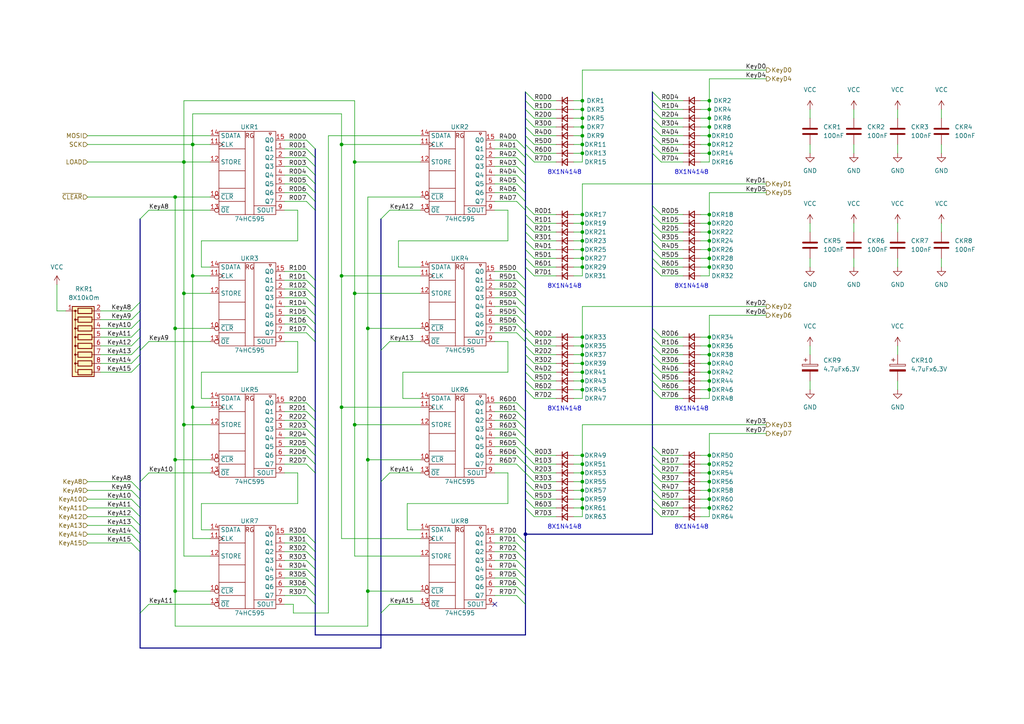
<source format=kicad_sch>
(kicad_sch (version 20211123) (generator eeschema)
  (paper "A4")
  (junction (at 168.91 97.79))
  (junction (at 168.91 74.93))
  (junction (at 205.74 72.39))
  (junction (at 168.91 134.62))
  (junction (at 50.8 95.25))
  (junction (at 168.91 132.08))
  (junction (at 99.06 118.11))
  (junction (at 205.74 142.24))
  (junction (at 205.74 110.49))
  (junction (at 99.06 80.01))
  (junction (at 55.88 118.11))
  (junction (at 168.91 113.03))
  (junction (at 205.74 36.83))
  (junction (at 102.87 85.09))
  (junction (at 205.74 97.79))
  (junction (at 168.91 69.85))
  (junction (at 106.68 133.35))
  (junction (at 168.91 67.31))
  (junction (at 168.91 41.91))
  (junction (at 168.91 139.7))
  (junction (at 205.74 44.45))
  (junction (at 168.91 100.33))
  (junction (at 55.88 41.91))
  (junction (at 168.91 29.21))
  (junction (at 205.74 39.37))
  (junction (at 205.74 29.21))
  (junction (at 205.74 62.23))
  (junction (at 205.74 147.32))
  (junction (at 205.74 100.33))
  (junction (at 168.91 72.39))
  (junction (at 50.8 171.45))
  (junction (at 106.68 171.45))
  (junction (at 205.74 31.75))
  (junction (at 205.74 64.77))
  (junction (at 102.87 46.99))
  (junction (at 168.91 105.41))
  (junction (at 168.91 44.45))
  (junction (at 152.4 154.94))
  (junction (at 205.74 74.93))
  (junction (at 205.74 41.91))
  (junction (at 205.74 77.47))
  (junction (at 168.91 144.78))
  (junction (at 205.74 34.29))
  (junction (at 168.91 102.87))
  (junction (at 205.74 144.78))
  (junction (at 205.74 69.85))
  (junction (at 168.91 64.77))
  (junction (at 168.91 107.95))
  (junction (at 205.74 139.7))
  (junction (at 168.91 39.37))
  (junction (at 168.91 110.49))
  (junction (at 168.91 147.32))
  (junction (at 205.74 107.95))
  (junction (at 168.91 137.16))
  (junction (at 205.74 105.41))
  (junction (at 205.74 132.08))
  (junction (at 53.34 85.09))
  (junction (at 205.74 67.31))
  (junction (at 168.91 77.47))
  (junction (at 50.8 57.15))
  (junction (at 102.87 123.19))
  (junction (at 99.06 41.91))
  (junction (at 205.74 102.87))
  (junction (at 55.88 80.01))
  (junction (at 106.68 95.25))
  (junction (at 168.91 62.23))
  (junction (at 168.91 36.83))
  (junction (at 53.34 123.19))
  (junction (at 205.74 113.03))
  (junction (at 50.8 133.35))
  (junction (at 168.91 31.75))
  (junction (at 168.91 34.29))
  (junction (at 205.74 134.62))
  (junction (at 205.74 137.16))
  (junction (at 168.91 142.24))
  (junction (at 53.34 46.99))
  (no_connect (at 143.51 175.26))
  (bus_entry (at 189.23 97.79) (size 2.54 2.54))
  (bus_entry (at 149.86 53.34) (size 2.54 2.54))
  (bus_entry (at 113.03 99.06) (size -2.54 2.54))
  (bus_entry (at 189.23 144.78) (size 2.54 2.54))
  (bus_entry (at 189.23 100.33) (size 2.54 2.54))
  (bus_entry (at 88.9 162.56) (size 2.54 2.54))
  (bus_entry (at 189.23 102.87) (size 2.54 2.54))
  (bus_entry (at 189.23 44.45) (size 2.54 2.54))
  (bus_entry (at 189.23 77.47) (size 2.54 2.54))
  (bus_entry (at 189.23 59.69) (size 2.54 2.54))
  (bus_entry (at 149.86 40.64) (size 2.54 2.54))
  (bus_entry (at 43.18 175.26) (size -2.54 2.54))
  (bus_entry (at 88.9 160.02) (size 2.54 2.54))
  (bus_entry (at 189.23 142.24) (size 2.54 2.54))
  (bus_entry (at 88.9 91.44) (size 2.54 2.54))
  (bus_entry (at 40.64 105.41) (size -2.54 2.54))
  (bus_entry (at 149.86 172.72) (size 2.54 2.54))
  (bus_entry (at 88.9 48.26) (size 2.54 2.54))
  (bus_entry (at 189.23 31.75) (size 2.54 2.54))
  (bus_entry (at 189.23 139.7) (size 2.54 2.54))
  (bus_entry (at 40.64 100.33) (size -2.54 2.54))
  (bus_entry (at 38.1 149.86) (size 2.54 2.54))
  (bus_entry (at 38.1 139.7) (size 2.54 2.54))
  (bus_entry (at 43.18 137.16) (size -2.54 2.54))
  (bus_entry (at 189.23 41.91) (size 2.54 2.54))
  (bus_entry (at 152.4 97.79) (size 2.54 2.54))
  (bus_entry (at 40.64 95.25) (size -2.54 2.54))
  (bus_entry (at 38.1 157.48) (size 2.54 2.54))
  (bus_entry (at 152.4 26.67) (size 2.54 2.54))
  (bus_entry (at 149.86 93.98) (size 2.54 2.54))
  (bus_entry (at 149.86 134.62) (size 2.54 2.54))
  (bus_entry (at 152.4 39.37) (size 2.54 2.54))
  (bus_entry (at 152.4 29.21) (size 2.54 2.54))
  (bus_entry (at 189.23 132.08) (size 2.54 2.54))
  (bus_entry (at 88.9 53.34) (size 2.54 2.54))
  (bus_entry (at 152.4 44.45) (size 2.54 2.54))
  (bus_entry (at 189.23 110.49) (size 2.54 2.54))
  (bus_entry (at 189.23 62.23) (size 2.54 2.54))
  (bus_entry (at 88.9 165.1) (size 2.54 2.54))
  (bus_entry (at 149.86 58.42) (size 2.54 2.54))
  (bus_entry (at 152.4 105.41) (size 2.54 2.54))
  (bus_entry (at 88.9 121.92) (size 2.54 2.54))
  (bus_entry (at 189.23 129.54) (size 2.54 2.54))
  (bus_entry (at 88.9 78.74) (size 2.54 2.54))
  (bus_entry (at 88.9 50.8) (size 2.54 2.54))
  (bus_entry (at 189.23 95.25) (size 2.54 2.54))
  (bus_entry (at 152.4 77.47) (size 2.54 2.54))
  (bus_entry (at 152.4 59.69) (size 2.54 2.54))
  (bus_entry (at 152.4 137.16) (size 2.54 2.54))
  (bus_entry (at 189.23 39.37) (size 2.54 2.54))
  (bus_entry (at 152.4 142.24) (size 2.54 2.54))
  (bus_entry (at 189.23 107.95) (size 2.54 2.54))
  (bus_entry (at 189.23 69.85) (size 2.54 2.54))
  (bus_entry (at 189.23 137.16) (size 2.54 2.54))
  (bus_entry (at 152.4 41.91) (size 2.54 2.54))
  (bus_entry (at 149.86 88.9) (size 2.54 2.54))
  (bus_entry (at 88.9 58.42) (size 2.54 2.54))
  (bus_entry (at 38.1 144.78) (size 2.54 2.54))
  (bus_entry (at 189.23 72.39) (size 2.54 2.54))
  (bus_entry (at 149.86 124.46) (size 2.54 2.54))
  (bus_entry (at 88.9 45.72) (size 2.54 2.54))
  (bus_entry (at 38.1 147.32) (size 2.54 2.54))
  (bus_entry (at 152.4 147.32) (size 2.54 2.54))
  (bus_entry (at 40.64 102.87) (size -2.54 2.54))
  (bus_entry (at 88.9 40.64) (size 2.54 2.54))
  (bus_entry (at 189.23 29.21) (size 2.54 2.54))
  (bus_entry (at 88.9 96.52) (size 2.54 2.54))
  (bus_entry (at 149.86 86.36) (size 2.54 2.54))
  (bus_entry (at 113.03 137.16) (size -2.54 2.54))
  (bus_entry (at 88.9 157.48) (size 2.54 2.54))
  (bus_entry (at 152.4 132.08) (size 2.54 2.54))
  (bus_entry (at 149.86 129.54) (size 2.54 2.54))
  (bus_entry (at 149.86 55.88) (size 2.54 2.54))
  (bus_entry (at 38.1 142.24) (size 2.54 2.54))
  (bus_entry (at 88.9 43.18) (size 2.54 2.54))
  (bus_entry (at 152.4 36.83) (size 2.54 2.54))
  (bus_entry (at 38.1 152.4) (size 2.54 2.54))
  (bus_entry (at 189.23 113.03) (size 2.54 2.54))
  (bus_entry (at 149.86 78.74) (size 2.54 2.54))
  (bus_entry (at 149.86 116.84) (size 2.54 2.54))
  (bus_entry (at 152.4 113.03) (size 2.54 2.54))
  (bus_entry (at 152.4 34.29) (size 2.54 2.54))
  (bus_entry (at 88.9 83.82) (size 2.54 2.54))
  (bus_entry (at 149.86 50.8) (size 2.54 2.54))
  (bus_entry (at 149.86 127) (size 2.54 2.54))
  (bus_entry (at 152.4 100.33) (size 2.54 2.54))
  (bus_entry (at 189.23 147.32) (size 2.54 2.54))
  (bus_entry (at 88.9 172.72) (size 2.54 2.54))
  (bus_entry (at 149.86 132.08) (size 2.54 2.54))
  (bus_entry (at 149.86 45.72) (size 2.54 2.54))
  (bus_entry (at 152.4 129.54) (size 2.54 2.54))
  (bus_entry (at 88.9 88.9) (size 2.54 2.54))
  (bus_entry (at 152.4 31.75) (size 2.54 2.54))
  (bus_entry (at 189.23 74.93) (size 2.54 2.54))
  (bus_entry (at 149.86 83.82) (size 2.54 2.54))
  (bus_entry (at 152.4 74.93) (size 2.54 2.54))
  (bus_entry (at 88.9 134.62) (size 2.54 2.54))
  (bus_entry (at 149.86 157.48) (size 2.54 2.54))
  (bus_entry (at 189.23 64.77) (size 2.54 2.54))
  (bus_entry (at 113.03 60.96) (size -2.54 2.54))
  (bus_entry (at 152.4 139.7) (size 2.54 2.54))
  (bus_entry (at 88.9 119.38) (size 2.54 2.54))
  (bus_entry (at 88.9 93.98) (size 2.54 2.54))
  (bus_entry (at 189.23 134.62) (size 2.54 2.54))
  (bus_entry (at 88.9 129.54) (size 2.54 2.54))
  (bus_entry (at 152.4 69.85) (size 2.54 2.54))
  (bus_entry (at 149.86 43.18) (size 2.54 2.54))
  (bus_entry (at 38.1 154.94) (size 2.54 2.54))
  (bus_entry (at 152.4 144.78) (size 2.54 2.54))
  (bus_entry (at 40.64 90.17) (size -2.54 2.54))
  (bus_entry (at 149.86 160.02) (size 2.54 2.54))
  (bus_entry (at 189.23 36.83) (size 2.54 2.54))
  (bus_entry (at 149.86 119.38) (size 2.54 2.54))
  (bus_entry (at 149.86 121.92) (size 2.54 2.54))
  (bus_entry (at 149.86 96.52) (size 2.54 2.54))
  (bus_entry (at 149.86 154.94) (size 2.54 2.54))
  (bus_entry (at 149.86 81.28) (size 2.54 2.54))
  (bus_entry (at 189.23 67.31) (size 2.54 2.54))
  (bus_entry (at 88.9 55.88) (size 2.54 2.54))
  (bus_entry (at 152.4 67.31) (size 2.54 2.54))
  (bus_entry (at 152.4 95.25) (size 2.54 2.54))
  (bus_entry (at 149.86 48.26) (size 2.54 2.54))
  (bus_entry (at 152.4 72.39) (size 2.54 2.54))
  (bus_entry (at 40.64 92.71) (size -2.54 2.54))
  (bus_entry (at 88.9 116.84) (size 2.54 2.54))
  (bus_entry (at 149.86 91.44) (size 2.54 2.54))
  (bus_entry (at 152.4 102.87) (size 2.54 2.54))
  (bus_entry (at 189.23 34.29) (size 2.54 2.54))
  (bus_entry (at 88.9 81.28) (size 2.54 2.54))
  (bus_entry (at 152.4 64.77) (size 2.54 2.54))
  (bus_entry (at 88.9 154.94) (size 2.54 2.54))
  (bus_entry (at 113.03 175.26) (size -2.54 2.54))
  (bus_entry (at 152.4 134.62) (size 2.54 2.54))
  (bus_entry (at 40.64 97.79) (size -2.54 2.54))
  (bus_entry (at 88.9 86.36) (size 2.54 2.54))
  (bus_entry (at 189.23 105.41) (size 2.54 2.54))
  (bus_entry (at 149.86 165.1) (size 2.54 2.54))
  (bus_entry (at 88.9 167.64) (size 2.54 2.54))
  (bus_entry (at 152.4 62.23) (size 2.54 2.54))
  (bus_entry (at 189.23 26.67) (size 2.54 2.54))
  (bus_entry (at 149.86 162.56) (size 2.54 2.54))
  (bus_entry (at 88.9 127) (size 2.54 2.54))
  (bus_entry (at 43.18 60.96) (size -2.54 2.54))
  (bus_entry (at 152.4 110.49) (size 2.54 2.54))
  (bus_entry (at 88.9 132.08) (size 2.54 2.54))
  (bus_entry (at 40.64 87.63) (size -2.54 2.54))
  (bus_entry (at 43.18 99.06) (size -2.54 2.54))
  (bus_entry (at 152.4 107.95) (size 2.54 2.54))
  (bus_entry (at 149.86 167.64) (size 2.54 2.54))
  (bus_entry (at 88.9 124.46) (size 2.54 2.54))
  (bus_entry (at 149.86 170.18) (size 2.54 2.54))
  (bus_entry (at 88.9 170.18) (size 2.54 2.54))
  (bus (pts (xy 152.4 95.25) (xy 152.4 96.52)))
  (wire (pts (xy 203.2 110.49) (xy 205.74 110.49)))
  (wire (pts (xy 205.74 91.44) (xy 222.25 91.44)))
  (bus (pts (xy 152.4 62.23) (xy 152.4 64.77)))
  (bus (pts (xy 40.64 97.79) (xy 40.64 100.33)))
  (wire (pts (xy 58.42 115.57) (xy 60.96 115.57)))
  (bus (pts (xy 189.23 144.78) (xy 189.23 147.32)))
  (wire (pts (xy 143.51 172.72) (xy 149.86 172.72)))
  (wire (pts (xy 203.2 149.86) (xy 205.74 149.86)))
  (wire (pts (xy 106.68 95.25) (xy 106.68 133.35)))
  (wire (pts (xy 16.51 82.55) (xy 16.51 90.17)))
  (wire (pts (xy 82.55 81.28) (xy 88.9 81.28)))
  (wire (pts (xy 55.88 41.91) (xy 55.88 80.01)))
  (wire (pts (xy 166.37 144.78) (xy 168.91 144.78)))
  (wire (pts (xy 161.29 139.7) (xy 154.94 139.7)))
  (wire (pts (xy 58.42 107.95) (xy 58.42 115.57)))
  (wire (pts (xy 234.95 102.87) (xy 234.95 100.33)))
  (wire (pts (xy 82.55 167.64) (xy 88.9 167.64)))
  (wire (pts (xy 168.91 31.75) (xy 168.91 34.29)))
  (bus (pts (xy 152.4 139.7) (xy 152.4 142.24)))
  (wire (pts (xy 234.95 67.31) (xy 234.95 64.77)))
  (wire (pts (xy 203.2 77.47) (xy 205.74 77.47)))
  (wire (pts (xy 161.29 36.83) (xy 154.94 36.83)))
  (wire (pts (xy 53.34 85.09) (xy 53.34 123.19)))
  (wire (pts (xy 166.37 102.87) (xy 168.91 102.87)))
  (wire (pts (xy 234.95 74.93) (xy 234.95 77.47)))
  (wire (pts (xy 166.37 41.91) (xy 168.91 41.91)))
  (wire (pts (xy 168.91 53.34) (xy 222.25 53.34)))
  (wire (pts (xy 82.55 53.34) (xy 88.9 53.34)))
  (wire (pts (xy 166.37 142.24) (xy 168.91 142.24)))
  (wire (pts (xy 86.36 69.85) (xy 58.42 69.85)))
  (wire (pts (xy 161.29 142.24) (xy 154.94 142.24)))
  (wire (pts (xy 147.32 137.16) (xy 147.32 146.05)))
  (wire (pts (xy 205.74 134.62) (xy 205.74 137.16)))
  (bus (pts (xy 152.4 39.37) (xy 152.4 41.91)))
  (wire (pts (xy 205.74 125.73) (xy 222.25 125.73)))
  (wire (pts (xy 198.12 31.75) (xy 191.77 31.75)))
  (wire (pts (xy 161.29 107.95) (xy 154.94 107.95)))
  (bus (pts (xy 152.4 175.26) (xy 152.4 184.15)))
  (wire (pts (xy 168.91 102.87) (xy 168.91 105.41)))
  (wire (pts (xy 198.12 147.32) (xy 191.77 147.32)))
  (wire (pts (xy 205.74 142.24) (xy 205.74 144.78)))
  (wire (pts (xy 82.55 50.8) (xy 88.9 50.8)))
  (wire (pts (xy 116.84 107.95) (xy 116.84 115.57)))
  (wire (pts (xy 82.55 137.16) (xy 86.36 137.16)))
  (wire (pts (xy 25.4 149.86) (xy 38.1 149.86)))
  (wire (pts (xy 116.84 115.57) (xy 121.92 115.57)))
  (wire (pts (xy 198.12 72.39) (xy 191.77 72.39)))
  (wire (pts (xy 168.91 20.32) (xy 222.25 20.32)))
  (bus (pts (xy 152.4 170.18) (xy 152.4 172.72)))
  (bus (pts (xy 152.4 119.38) (xy 152.4 121.92)))
  (wire (pts (xy 205.74 39.37) (xy 205.74 41.91)))
  (wire (pts (xy 205.74 139.7) (xy 205.74 142.24)))
  (wire (pts (xy 198.12 64.77) (xy 191.77 64.77)))
  (bus (pts (xy 91.44 170.18) (xy 91.44 172.72)))
  (wire (pts (xy 118.11 153.67) (xy 121.92 153.67)))
  (wire (pts (xy 166.37 46.99) (xy 168.91 46.99)))
  (bus (pts (xy 40.64 154.94) (xy 40.64 157.48)))
  (bus (pts (xy 152.4 91.44) (xy 152.4 93.98)))
  (wire (pts (xy 55.88 156.21) (xy 60.96 156.21)))
  (bus (pts (xy 189.23 139.7) (xy 189.23 142.24)))
  (wire (pts (xy 166.37 77.47) (xy 168.91 77.47)))
  (wire (pts (xy 99.06 80.01) (xy 121.92 80.01)))
  (wire (pts (xy 168.91 74.93) (xy 168.91 77.47)))
  (wire (pts (xy 25.4 152.4) (xy 38.1 152.4)))
  (bus (pts (xy 152.4 43.18) (xy 152.4 44.45)))
  (bus (pts (xy 91.44 124.46) (xy 91.44 127)))
  (wire (pts (xy 25.4 46.99) (xy 53.34 46.99)))
  (bus (pts (xy 91.44 157.48) (xy 91.44 160.02)))
  (wire (pts (xy 198.12 77.47) (xy 191.77 77.47)))
  (wire (pts (xy 113.03 175.26) (xy 121.92 175.26)))
  (wire (pts (xy 205.74 97.79) (xy 205.74 100.33)))
  (bus (pts (xy 91.44 160.02) (xy 91.44 162.56)))
  (wire (pts (xy 29.21 100.33) (xy 38.1 100.33)))
  (wire (pts (xy 25.4 154.94) (xy 38.1 154.94)))
  (wire (pts (xy 143.51 157.48) (xy 149.86 157.48)))
  (wire (pts (xy 82.55 78.74) (xy 88.9 78.74)))
  (wire (pts (xy 247.65 67.31) (xy 247.65 64.77)))
  (wire (pts (xy 82.55 58.42) (xy 88.9 58.42)))
  (wire (pts (xy 273.05 67.31) (xy 273.05 64.77)))
  (bus (pts (xy 189.23 31.75) (xy 189.23 34.29)))
  (wire (pts (xy 143.51 127) (xy 149.86 127)))
  (wire (pts (xy 168.91 20.32) (xy 168.91 29.21)))
  (wire (pts (xy 168.91 113.03) (xy 168.91 115.57)))
  (bus (pts (xy 152.4 134.62) (xy 152.4 137.16)))
  (wire (pts (xy 205.74 125.73) (xy 205.74 132.08)))
  (bus (pts (xy 189.23 129.54) (xy 189.23 132.08)))
  (wire (pts (xy 198.12 137.16) (xy 191.77 137.16)))
  (wire (pts (xy 198.12 149.86) (xy 191.77 149.86)))
  (wire (pts (xy 143.51 170.18) (xy 149.86 170.18)))
  (bus (pts (xy 152.4 137.16) (xy 152.4 139.7)))
  (wire (pts (xy 203.2 115.57) (xy 205.74 115.57)))
  (bus (pts (xy 152.4 165.1) (xy 152.4 167.64)))
  (wire (pts (xy 25.4 142.24) (xy 38.1 142.24)))
  (wire (pts (xy 82.55 127) (xy 88.9 127)))
  (wire (pts (xy 143.51 60.96) (xy 147.32 60.96)))
  (bus (pts (xy 152.4 45.72) (xy 152.4 48.26)))
  (wire (pts (xy 205.74 113.03) (xy 205.74 115.57)))
  (wire (pts (xy 198.12 74.93) (xy 191.77 74.93)))
  (wire (pts (xy 234.95 34.29) (xy 234.95 31.75)))
  (wire (pts (xy 203.2 29.21) (xy 205.74 29.21)))
  (wire (pts (xy 203.2 36.83) (xy 205.74 36.83)))
  (wire (pts (xy 203.2 72.39) (xy 205.74 72.39)))
  (wire (pts (xy 86.36 137.16) (xy 86.36 146.05)))
  (wire (pts (xy 102.87 46.99) (xy 121.92 46.99)))
  (wire (pts (xy 203.2 74.93) (xy 205.74 74.93)))
  (wire (pts (xy 143.51 58.42) (xy 149.86 58.42)))
  (wire (pts (xy 205.74 105.41) (xy 205.74 107.95)))
  (wire (pts (xy 168.91 107.95) (xy 168.91 110.49)))
  (wire (pts (xy 143.51 167.64) (xy 149.86 167.64)))
  (wire (pts (xy 16.51 90.17) (xy 19.05 90.17)))
  (wire (pts (xy 203.2 137.16) (xy 205.74 137.16)))
  (bus (pts (xy 110.49 63.5) (xy 110.49 101.6)))
  (bus (pts (xy 152.4 124.46) (xy 152.4 127)))
  (wire (pts (xy 205.74 144.78) (xy 205.74 147.32)))
  (wire (pts (xy 82.55 165.1) (xy 88.9 165.1)))
  (wire (pts (xy 203.2 31.75) (xy 205.74 31.75)))
  (wire (pts (xy 82.55 93.98) (xy 88.9 93.98)))
  (bus (pts (xy 40.64 142.24) (xy 40.64 144.78)))
  (wire (pts (xy 95.25 39.37) (xy 121.92 39.37)))
  (wire (pts (xy 82.55 160.02) (xy 88.9 160.02)))
  (bus (pts (xy 189.23 132.08) (xy 189.23 134.62)))
  (bus (pts (xy 91.44 184.15) (xy 152.4 184.15)))
  (wire (pts (xy 143.51 43.18) (xy 149.86 43.18)))
  (wire (pts (xy 82.55 129.54) (xy 88.9 129.54)))
  (bus (pts (xy 91.44 172.72) (xy 91.44 175.26)))
  (bus (pts (xy 189.23 26.67) (xy 189.23 29.21)))
  (wire (pts (xy 143.51 99.06) (xy 147.32 99.06)))
  (wire (pts (xy 205.74 72.39) (xy 205.74 74.93)))
  (wire (pts (xy 203.2 64.77) (xy 205.74 64.77)))
  (wire (pts (xy 53.34 46.99) (xy 53.34 85.09)))
  (wire (pts (xy 99.06 41.91) (xy 99.06 80.01)))
  (wire (pts (xy 166.37 105.41) (xy 168.91 105.41)))
  (wire (pts (xy 143.51 50.8) (xy 149.86 50.8)))
  (wire (pts (xy 205.74 64.77) (xy 205.74 67.31)))
  (wire (pts (xy 168.91 69.85) (xy 168.91 72.39)))
  (wire (pts (xy 198.12 34.29) (xy 191.77 34.29)))
  (wire (pts (xy 161.29 100.33) (xy 154.94 100.33)))
  (bus (pts (xy 91.44 132.08) (xy 91.44 134.62)))
  (wire (pts (xy 86.36 99.06) (xy 86.36 107.95)))
  (wire (pts (xy 205.74 132.08) (xy 205.74 134.62)))
  (wire (pts (xy 168.91 64.77) (xy 168.91 67.31)))
  (wire (pts (xy 168.91 97.79) (xy 168.91 100.33)))
  (wire (pts (xy 29.21 105.41) (xy 38.1 105.41)))
  (bus (pts (xy 189.23 147.32) (xy 189.23 154.94)))
  (wire (pts (xy 234.95 110.49) (xy 234.95 113.03)))
  (wire (pts (xy 82.55 116.84) (xy 88.9 116.84)))
  (wire (pts (xy 53.34 46.99) (xy 53.34 29.21)))
  (wire (pts (xy 55.88 118.11) (xy 60.96 118.11)))
  (wire (pts (xy 82.55 132.08) (xy 88.9 132.08)))
  (wire (pts (xy 86.36 146.05) (xy 58.42 146.05)))
  (wire (pts (xy 198.12 139.7) (xy 191.77 139.7)))
  (wire (pts (xy 50.8 133.35) (xy 50.8 95.25)))
  (wire (pts (xy 205.74 69.85) (xy 205.74 72.39)))
  (wire (pts (xy 53.34 85.09) (xy 60.96 85.09)))
  (wire (pts (xy 55.88 80.01) (xy 55.88 118.11)))
  (wire (pts (xy 166.37 97.79) (xy 168.91 97.79)))
  (wire (pts (xy 166.37 62.23) (xy 168.91 62.23)))
  (bus (pts (xy 40.64 177.8) (xy 40.64 187.96)))
  (bus (pts (xy 152.4 97.79) (xy 152.4 99.06)))
  (wire (pts (xy 82.55 96.52) (xy 88.9 96.52)))
  (bus (pts (xy 189.23 36.83) (xy 189.23 39.37)))
  (wire (pts (xy 168.91 72.39) (xy 168.91 74.93)))
  (bus (pts (xy 91.44 60.96) (xy 91.44 81.28)))
  (wire (pts (xy 43.18 175.26) (xy 60.96 175.26)))
  (wire (pts (xy 198.12 134.62) (xy 191.77 134.62)))
  (wire (pts (xy 161.29 134.62) (xy 154.94 134.62)))
  (bus (pts (xy 152.4 50.8) (xy 152.4 53.34)))
  (wire (pts (xy 143.51 160.02) (xy 149.86 160.02)))
  (wire (pts (xy 25.4 39.37) (xy 60.96 39.37)))
  (wire (pts (xy 143.51 121.92) (xy 149.86 121.92)))
  (wire (pts (xy 273.05 34.29) (xy 273.05 31.75)))
  (wire (pts (xy 50.8 133.35) (xy 60.96 133.35)))
  (wire (pts (xy 161.29 77.47) (xy 154.94 77.47)))
  (wire (pts (xy 106.68 133.35) (xy 106.68 171.45)))
  (wire (pts (xy 205.74 67.31) (xy 205.74 69.85)))
  (wire (pts (xy 82.55 119.38) (xy 88.9 119.38)))
  (wire (pts (xy 82.55 162.56) (xy 88.9 162.56)))
  (wire (pts (xy 82.55 40.64) (xy 88.9 40.64)))
  (wire (pts (xy 25.4 41.91) (xy 55.88 41.91)))
  (bus (pts (xy 152.4 157.48) (xy 152.4 160.02)))
  (bus (pts (xy 91.44 127) (xy 91.44 129.54)))
  (wire (pts (xy 29.21 107.95) (xy 38.1 107.95)))
  (wire (pts (xy 82.55 91.44) (xy 88.9 91.44)))
  (wire (pts (xy 43.18 60.96) (xy 60.96 60.96)))
  (wire (pts (xy 161.29 69.85) (xy 154.94 69.85)))
  (wire (pts (xy 58.42 69.85) (xy 58.42 77.47)))
  (wire (pts (xy 205.74 107.95) (xy 205.74 110.49)))
  (wire (pts (xy 198.12 46.99) (xy 191.77 46.99)))
  (wire (pts (xy 86.36 107.95) (xy 58.42 107.95)))
  (wire (pts (xy 203.2 107.95) (xy 205.74 107.95)))
  (wire (pts (xy 205.74 36.83) (xy 205.74 39.37)))
  (wire (pts (xy 198.12 107.95) (xy 191.77 107.95)))
  (wire (pts (xy 161.29 102.87) (xy 154.94 102.87)))
  (bus (pts (xy 189.23 74.93) (xy 189.23 77.47)))
  (wire (pts (xy 58.42 77.47) (xy 60.96 77.47)))
  (wire (pts (xy 166.37 115.57) (xy 168.91 115.57)))
  (bus (pts (xy 152.4 132.08) (xy 152.4 134.62)))
  (wire (pts (xy 168.91 147.32) (xy 168.91 149.86)))
  (wire (pts (xy 166.37 39.37) (xy 168.91 39.37)))
  (bus (pts (xy 189.23 72.39) (xy 189.23 74.93)))
  (bus (pts (xy 91.44 58.42) (xy 91.44 60.96)))
  (bus (pts (xy 152.4 64.77) (xy 152.4 67.31)))
  (bus (pts (xy 189.23 100.33) (xy 189.23 102.87)))
  (wire (pts (xy 102.87 85.09) (xy 121.92 85.09)))
  (bus (pts (xy 40.64 160.02) (xy 40.64 177.8)))
  (wire (pts (xy 203.2 144.78) (xy 205.74 144.78)))
  (bus (pts (xy 91.44 99.06) (xy 91.44 119.38)))
  (wire (pts (xy 143.51 129.54) (xy 149.86 129.54)))
  (wire (pts (xy 205.74 55.88) (xy 222.25 55.88)))
  (wire (pts (xy 82.55 45.72) (xy 88.9 45.72)))
  (wire (pts (xy 166.37 134.62) (xy 168.91 134.62)))
  (bus (pts (xy 40.64 63.5) (xy 40.64 87.63)))
  (wire (pts (xy 106.68 57.15) (xy 106.68 95.25)))
  (bus (pts (xy 40.64 102.87) (xy 40.64 105.41)))
  (wire (pts (xy 106.68 95.25) (xy 121.92 95.25)))
  (wire (pts (xy 29.21 102.87) (xy 38.1 102.87)))
  (bus (pts (xy 152.4 110.49) (xy 152.4 113.03)))
  (wire (pts (xy 147.32 107.95) (xy 116.84 107.95)))
  (bus (pts (xy 152.4 129.54) (xy 152.4 132.08)))
  (bus (pts (xy 40.64 139.7) (xy 40.64 142.24)))
  (bus (pts (xy 40.64 101.6) (xy 40.64 102.87)))
  (wire (pts (xy 247.65 74.93) (xy 247.65 77.47)))
  (wire (pts (xy 205.74 147.32) (xy 205.74 149.86)))
  (wire (pts (xy 99.06 118.11) (xy 121.92 118.11)))
  (bus (pts (xy 91.44 129.54) (xy 91.44 132.08)))
  (wire (pts (xy 82.55 83.82) (xy 88.9 83.82)))
  (bus (pts (xy 40.64 105.41) (xy 40.64 139.7)))
  (wire (pts (xy 102.87 46.99) (xy 102.87 85.09)))
  (wire (pts (xy 203.2 113.03) (xy 205.74 113.03)))
  (wire (pts (xy 115.57 77.47) (xy 121.92 77.47)))
  (wire (pts (xy 25.4 57.15) (xy 50.8 57.15)))
  (bus (pts (xy 91.44 93.98) (xy 91.44 96.52)))
  (wire (pts (xy 234.95 41.91) (xy 234.95 44.45)))
  (bus (pts (xy 91.44 121.92) (xy 91.44 124.46)))
  (wire (pts (xy 168.91 29.21) (xy 168.91 31.75)))
  (wire (pts (xy 161.29 110.49) (xy 154.94 110.49)))
  (wire (pts (xy 106.68 171.45) (xy 121.92 171.45)))
  (bus (pts (xy 91.44 165.1) (xy 91.44 167.64)))
  (bus (pts (xy 189.23 29.21) (xy 189.23 31.75)))
  (wire (pts (xy 166.37 139.7) (xy 168.91 139.7)))
  (wire (pts (xy 82.55 175.26) (xy 85.09 175.26)))
  (bus (pts (xy 152.4 96.52) (xy 152.4 97.79)))
  (wire (pts (xy 29.21 95.25) (xy 38.1 95.25)))
  (bus (pts (xy 152.4 93.98) (xy 152.4 95.25)))
  (bus (pts (xy 91.44 137.16) (xy 91.44 157.48)))
  (wire (pts (xy 82.55 88.9) (xy 88.9 88.9)))
  (wire (pts (xy 143.51 137.16) (xy 147.32 137.16)))
  (bus (pts (xy 152.4 167.64) (xy 152.4 170.18)))
  (wire (pts (xy 168.91 88.9) (xy 168.91 97.79)))
  (wire (pts (xy 198.12 67.31) (xy 191.77 67.31)))
  (wire (pts (xy 168.91 139.7) (xy 168.91 142.24)))
  (bus (pts (xy 152.4 72.39) (xy 152.4 74.93)))
  (wire (pts (xy 82.55 55.88) (xy 88.9 55.88)))
  (wire (pts (xy 203.2 44.45) (xy 205.74 44.45)))
  (bus (pts (xy 91.44 83.82) (xy 91.44 86.36)))
  (wire (pts (xy 143.51 162.56) (xy 149.86 162.56)))
  (wire (pts (xy 143.51 93.98) (xy 149.86 93.98)))
  (bus (pts (xy 152.4 100.33) (xy 152.4 102.87)))
  (wire (pts (xy 161.29 147.32) (xy 154.94 147.32)))
  (wire (pts (xy 198.12 102.87) (xy 191.77 102.87)))
  (wire (pts (xy 106.68 171.45) (xy 106.68 181.61)))
  (wire (pts (xy 198.12 36.83) (xy 191.77 36.83)))
  (wire (pts (xy 161.29 137.16) (xy 154.94 137.16)))
  (wire (pts (xy 85.09 175.26) (xy 85.09 177.8)))
  (wire (pts (xy 198.12 44.45) (xy 191.77 44.45)))
  (wire (pts (xy 168.91 110.49) (xy 168.91 113.03)))
  (wire (pts (xy 166.37 110.49) (xy 168.91 110.49)))
  (wire (pts (xy 205.74 91.44) (xy 205.74 97.79)))
  (wire (pts (xy 168.91 123.19) (xy 168.91 132.08)))
  (wire (pts (xy 205.74 55.88) (xy 205.74 62.23)))
  (bus (pts (xy 152.4 26.67) (xy 152.4 29.21)))
  (wire (pts (xy 205.74 102.87) (xy 205.74 105.41)))
  (wire (pts (xy 166.37 72.39) (xy 168.91 72.39)))
  (wire (pts (xy 43.18 137.16) (xy 60.96 137.16)))
  (bus (pts (xy 40.64 87.63) (xy 40.64 90.17)))
  (bus (pts (xy 91.44 48.26) (xy 91.44 50.8)))
  (bus (pts (xy 91.44 91.44) (xy 91.44 93.98)))
  (wire (pts (xy 58.42 153.67) (xy 60.96 153.67)))
  (wire (pts (xy 166.37 107.95) (xy 168.91 107.95)))
  (wire (pts (xy 82.55 48.26) (xy 88.9 48.26)))
  (wire (pts (xy 60.96 171.45) (xy 50.8 171.45)))
  (wire (pts (xy 205.74 137.16) (xy 205.74 139.7)))
  (wire (pts (xy 205.74 22.86) (xy 222.25 22.86)))
  (wire (pts (xy 161.29 44.45) (xy 154.94 44.45)))
  (wire (pts (xy 161.29 132.08) (xy 154.94 132.08)))
  (wire (pts (xy 50.8 57.15) (xy 60.96 57.15)))
  (wire (pts (xy 168.91 137.16) (xy 168.91 139.7)))
  (wire (pts (xy 99.06 156.21) (xy 121.92 156.21)))
  (wire (pts (xy 168.91 44.45) (xy 168.91 46.99)))
  (wire (pts (xy 143.51 40.64) (xy 149.86 40.64)))
  (wire (pts (xy 143.51 154.94) (xy 149.86 154.94)))
  (wire (pts (xy 198.12 41.91) (xy 191.77 41.91)))
  (wire (pts (xy 203.2 41.91) (xy 205.74 41.91)))
  (wire (pts (xy 99.06 80.01) (xy 99.06 118.11)))
  (bus (pts (xy 91.44 43.18) (xy 91.44 45.72)))
  (wire (pts (xy 168.91 100.33) (xy 168.91 102.87)))
  (wire (pts (xy 203.2 46.99) (xy 205.74 46.99)))
  (wire (pts (xy 260.35 41.91) (xy 260.35 44.45)))
  (wire (pts (xy 82.55 157.48) (xy 88.9 157.48)))
  (wire (pts (xy 166.37 31.75) (xy 168.91 31.75)))
  (bus (pts (xy 152.4 160.02) (xy 152.4 162.56)))
  (wire (pts (xy 143.51 91.44) (xy 149.86 91.44)))
  (wire (pts (xy 143.51 116.84) (xy 149.86 116.84)))
  (bus (pts (xy 152.4 83.82) (xy 152.4 86.36)))
  (wire (pts (xy 203.2 67.31) (xy 205.74 67.31)))
  (wire (pts (xy 205.74 41.91) (xy 205.74 44.45)))
  (wire (pts (xy 168.91 39.37) (xy 168.91 41.91)))
  (wire (pts (xy 147.32 60.96) (xy 147.32 69.85)))
  (wire (pts (xy 147.32 69.85) (xy 115.57 69.85)))
  (wire (pts (xy 198.12 62.23) (xy 191.77 62.23)))
  (bus (pts (xy 40.64 152.4) (xy 40.64 154.94)))
  (wire (pts (xy 161.29 72.39) (xy 154.94 72.39)))
  (bus (pts (xy 40.64 157.48) (xy 40.64 160.02)))
  (bus (pts (xy 91.44 88.9) (xy 91.44 91.44)))
  (wire (pts (xy 198.12 115.57) (xy 191.77 115.57)))
  (wire (pts (xy 102.87 161.29) (xy 102.87 123.19)))
  (wire (pts (xy 203.2 132.08) (xy 205.74 132.08)))
  (wire (pts (xy 198.12 39.37) (xy 191.77 39.37)))
  (wire (pts (xy 203.2 62.23) (xy 205.74 62.23)))
  (bus (pts (xy 189.23 59.69) (xy 189.23 62.23)))
  (wire (pts (xy 99.06 118.11) (xy 99.06 156.21)))
  (wire (pts (xy 60.96 41.91) (xy 55.88 41.91)))
  (bus (pts (xy 189.23 110.49) (xy 189.23 113.03)))
  (bus (pts (xy 152.4 162.56) (xy 152.4 165.1)))
  (bus (pts (xy 91.44 53.34) (xy 91.44 55.88)))
  (wire (pts (xy 205.74 100.33) (xy 205.74 102.87)))
  (bus (pts (xy 152.4 105.41) (xy 152.4 107.95)))
  (wire (pts (xy 106.68 181.61) (xy 50.8 181.61)))
  (wire (pts (xy 168.91 77.47) (xy 168.91 80.01)))
  (wire (pts (xy 168.91 53.34) (xy 168.91 62.23)))
  (bus (pts (xy 152.4 154.94) (xy 152.4 157.48)))
  (bus (pts (xy 152.4 41.91) (xy 152.4 43.18)))
  (bus (pts (xy 152.4 34.29) (xy 152.4 36.83)))
  (wire (pts (xy 203.2 100.33) (xy 205.74 100.33)))
  (wire (pts (xy 260.35 67.31) (xy 260.35 64.77)))
  (bus (pts (xy 40.64 100.33) (xy 40.64 101.6)))
  (bus (pts (xy 91.44 55.88) (xy 91.44 58.42)))
  (bus (pts (xy 189.23 77.47) (xy 189.23 95.25)))
  (wire (pts (xy 113.03 99.06) (xy 121.92 99.06)))
  (wire (pts (xy 161.29 80.01) (xy 154.94 80.01)))
  (bus (pts (xy 152.4 31.75) (xy 152.4 34.29)))
  (wire (pts (xy 53.34 123.19) (xy 60.96 123.19)))
  (wire (pts (xy 203.2 139.7) (xy 205.74 139.7)))
  (wire (pts (xy 247.65 41.91) (xy 247.65 44.45)))
  (bus (pts (xy 40.64 149.86) (xy 40.64 152.4)))
  (wire (pts (xy 198.12 113.03) (xy 191.77 113.03)))
  (bus (pts (xy 152.4 29.21) (xy 152.4 31.75)))
  (wire (pts (xy 82.55 124.46) (xy 88.9 124.46)))
  (bus (pts (xy 189.23 39.37) (xy 189.23 41.91)))
  (wire (pts (xy 143.51 96.52) (xy 149.86 96.52)))
  (wire (pts (xy 60.96 46.99) (xy 53.34 46.99)))
  (wire (pts (xy 82.55 43.18) (xy 88.9 43.18)))
  (bus (pts (xy 152.4 154.94) (xy 189.23 154.94)))
  (wire (pts (xy 82.55 86.36) (xy 88.9 86.36)))
  (wire (pts (xy 82.55 60.96) (xy 86.36 60.96)))
  (bus (pts (xy 152.4 121.92) (xy 152.4 124.46)))
  (wire (pts (xy 166.37 113.03) (xy 168.91 113.03)))
  (wire (pts (xy 203.2 147.32) (xy 205.74 147.32)))
  (bus (pts (xy 152.4 67.31) (xy 152.4 69.85)))
  (wire (pts (xy 29.21 92.71) (xy 38.1 92.71)))
  (wire (pts (xy 143.51 78.74) (xy 149.86 78.74)))
  (wire (pts (xy 143.51 48.26) (xy 149.86 48.26)))
  (wire (pts (xy 82.55 121.92) (xy 88.9 121.92)))
  (wire (pts (xy 198.12 80.01) (xy 191.77 80.01)))
  (wire (pts (xy 166.37 100.33) (xy 168.91 100.33)))
  (wire (pts (xy 205.74 29.21) (xy 205.74 31.75)))
  (bus (pts (xy 152.4 55.88) (xy 152.4 58.42)))
  (wire (pts (xy 203.2 80.01) (xy 205.74 80.01)))
  (wire (pts (xy 82.55 172.72) (xy 88.9 172.72)))
  (bus (pts (xy 189.23 142.24) (xy 189.23 144.78)))
  (bus (pts (xy 152.4 60.96) (xy 152.4 62.23)))
  (wire (pts (xy 247.65 34.29) (xy 247.65 31.75)))
  (bus (pts (xy 91.44 134.62) (xy 91.44 137.16)))
  (wire (pts (xy 55.88 80.01) (xy 60.96 80.01)))
  (wire (pts (xy 86.36 60.96) (xy 86.36 69.85)))
  (wire (pts (xy 203.2 134.62) (xy 205.74 134.62)))
  (bus (pts (xy 91.44 81.28) (xy 91.44 83.82)))
  (wire (pts (xy 143.51 134.62) (xy 149.86 134.62)))
  (wire (pts (xy 203.2 142.24) (xy 205.74 142.24)))
  (bus (pts (xy 152.4 53.34) (xy 152.4 55.88)))
  (bus (pts (xy 152.4 144.78) (xy 152.4 147.32)))
  (wire (pts (xy 115.57 69.85) (xy 115.57 77.47)))
  (bus (pts (xy 152.4 147.32) (xy 152.4 154.94)))
  (wire (pts (xy 198.12 144.78) (xy 191.77 144.78)))
  (wire (pts (xy 161.29 67.31) (xy 154.94 67.31)))
  (wire (pts (xy 143.51 55.88) (xy 149.86 55.88)))
  (wire (pts (xy 143.51 88.9) (xy 149.86 88.9)))
  (wire (pts (xy 168.91 123.19) (xy 222.25 123.19)))
  (bus (pts (xy 110.49 101.6) (xy 110.49 139.7)))
  (wire (pts (xy 161.29 34.29) (xy 154.94 34.29)))
  (wire (pts (xy 106.68 133.35) (xy 121.92 133.35)))
  (bus (pts (xy 40.64 95.25) (xy 40.64 97.79)))
  (wire (pts (xy 198.12 132.08) (xy 191.77 132.08)))
  (wire (pts (xy 168.91 41.91) (xy 168.91 44.45)))
  (wire (pts (xy 168.91 144.78) (xy 168.91 147.32)))
  (wire (pts (xy 161.29 113.03) (xy 154.94 113.03)))
  (bus (pts (xy 189.23 62.23) (xy 189.23 64.77)))
  (wire (pts (xy 205.74 77.47) (xy 205.74 80.01)))
  (wire (pts (xy 143.51 119.38) (xy 149.86 119.38)))
  (bus (pts (xy 152.4 113.03) (xy 152.4 119.38)))
  (wire (pts (xy 166.37 36.83) (xy 168.91 36.83)))
  (bus (pts (xy 40.64 90.17) (xy 40.64 92.71)))
  (wire (pts (xy 168.91 36.83) (xy 168.91 39.37)))
  (wire (pts (xy 166.37 67.31) (xy 168.91 67.31)))
  (wire (pts (xy 43.18 99.06) (xy 60.96 99.06)))
  (bus (pts (xy 110.49 177.8) (xy 110.49 187.96)))
  (bus (pts (xy 152.4 86.36) (xy 152.4 88.9)))
  (wire (pts (xy 55.88 33.02) (xy 99.06 33.02)))
  (wire (pts (xy 161.29 64.77) (xy 154.94 64.77)))
  (bus (pts (xy 152.4 107.95) (xy 152.4 110.49)))
  (bus (pts (xy 189.23 64.77) (xy 189.23 67.31)))
  (wire (pts (xy 50.8 171.45) (xy 50.8 181.61)))
  (bus (pts (xy 91.44 175.26) (xy 91.44 184.15)))
  (wire (pts (xy 55.88 118.11) (xy 55.88 156.21)))
  (bus (pts (xy 152.4 74.93) (xy 152.4 77.47)))
  (wire (pts (xy 166.37 137.16) (xy 168.91 137.16)))
  (wire (pts (xy 273.05 41.91) (xy 273.05 44.45)))
  (wire (pts (xy 143.51 124.46) (xy 149.86 124.46)))
  (wire (pts (xy 166.37 34.29) (xy 168.91 34.29)))
  (wire (pts (xy 25.4 147.32) (xy 38.1 147.32)))
  (bus (pts (xy 152.4 102.87) (xy 152.4 105.41)))
  (wire (pts (xy 82.55 99.06) (xy 86.36 99.06)))
  (bus (pts (xy 91.44 50.8) (xy 91.44 53.34)))
  (wire (pts (xy 143.51 53.34) (xy 149.86 53.34)))
  (wire (pts (xy 203.2 69.85) (xy 205.74 69.85)))
  (bus (pts (xy 152.4 48.26) (xy 152.4 50.8)))
  (wire (pts (xy 198.12 100.33) (xy 191.77 100.33)))
  (wire (pts (xy 166.37 80.01) (xy 168.91 80.01)))
  (wire (pts (xy 29.21 97.79) (xy 38.1 97.79)))
  (wire (pts (xy 198.12 110.49) (xy 191.77 110.49)))
  (wire (pts (xy 161.29 29.21) (xy 154.94 29.21)))
  (wire (pts (xy 121.92 57.15) (xy 106.68 57.15)))
  (wire (pts (xy 198.12 142.24) (xy 191.77 142.24)))
  (wire (pts (xy 161.29 105.41) (xy 154.94 105.41)))
  (wire (pts (xy 50.8 133.35) (xy 50.8 171.45)))
  (wire (pts (xy 168.91 34.29) (xy 168.91 36.83)))
  (bus (pts (xy 189.23 113.03) (xy 189.23 129.54)))
  (bus (pts (xy 152.4 88.9) (xy 152.4 91.44)))
  (wire (pts (xy 168.91 67.31) (xy 168.91 69.85)))
  (bus (pts (xy 189.23 41.91) (xy 189.23 44.45)))
  (bus (pts (xy 189.23 67.31) (xy 189.23 69.85)))
  (bus (pts (xy 152.4 77.47) (xy 152.4 81.28)))
  (bus (pts (xy 152.4 172.72) (xy 152.4 175.26)))
  (wire (pts (xy 161.29 41.91) (xy 154.94 41.91)))
  (bus (pts (xy 152.4 36.83) (xy 152.4 39.37)))
  (wire (pts (xy 143.51 81.28) (xy 149.86 81.28)))
  (wire (pts (xy 205.74 22.86) (xy 205.74 29.21)))
  (bus (pts (xy 91.44 45.72) (xy 91.44 48.26)))
  (wire (pts (xy 25.4 144.78) (xy 38.1 144.78)))
  (wire (pts (xy 203.2 34.29) (xy 205.74 34.29)))
  (wire (pts (xy 168.91 132.08) (xy 168.91 134.62)))
  (bus (pts (xy 189.23 34.29) (xy 189.23 36.83)))
  (wire (pts (xy 161.29 31.75) (xy 154.94 31.75)))
  (wire (pts (xy 198.12 69.85) (xy 191.77 69.85)))
  (wire (pts (xy 166.37 29.21) (xy 168.91 29.21)))
  (bus (pts (xy 91.44 167.64) (xy 91.44 170.18)))
  (wire (pts (xy 102.87 123.19) (xy 121.92 123.19)))
  (wire (pts (xy 260.35 110.49) (xy 260.35 113.03)))
  (wire (pts (xy 50.8 95.25) (xy 50.8 57.15)))
  (wire (pts (xy 143.51 83.82) (xy 149.86 83.82)))
  (bus (pts (xy 91.44 96.52) (xy 91.44 99.06)))
  (bus (pts (xy 91.44 119.38) (xy 91.44 121.92)))
  (wire (pts (xy 205.74 44.45) (xy 205.74 46.99)))
  (bus (pts (xy 152.4 44.45) (xy 152.4 45.72)))
  (wire (pts (xy 55.88 41.91) (xy 55.88 33.02)))
  (bus (pts (xy 189.23 107.95) (xy 189.23 110.49)))
  (bus (pts (xy 91.44 162.56) (xy 91.44 165.1)))
  (wire (pts (xy 166.37 147.32) (xy 168.91 147.32)))
  (wire (pts (xy 260.35 102.87) (xy 260.35 100.33)))
  (bus (pts (xy 189.23 137.16) (xy 189.23 139.7)))
  (wire (pts (xy 53.34 123.19) (xy 53.34 161.29)))
  (wire (pts (xy 82.55 154.94) (xy 88.9 154.94)))
  (wire (pts (xy 143.51 45.72) (xy 149.86 45.72)))
  (bus (pts (xy 40.64 147.32) (xy 40.64 149.86)))
  (wire (pts (xy 166.37 64.77) (xy 168.91 64.77)))
  (wire (pts (xy 161.29 144.78) (xy 154.94 144.78)))
  (bus (pts (xy 152.4 99.06) (xy 152.4 100.33)))
  (wire (pts (xy 205.74 62.23) (xy 205.74 64.77)))
  (wire (pts (xy 168.91 105.41) (xy 168.91 107.95)))
  (wire (pts (xy 198.12 105.41) (xy 191.77 105.41)))
  (wire (pts (xy 161.29 115.57) (xy 154.94 115.57)))
  (wire (pts (xy 168.91 88.9) (xy 222.25 88.9)))
  (wire (pts (xy 168.91 142.24) (xy 168.91 144.78)))
  (bus (pts (xy 152.4 59.69) (xy 152.4 60.96)))
  (wire (pts (xy 166.37 69.85) (xy 168.91 69.85)))
  (wire (pts (xy 166.37 132.08) (xy 168.91 132.08)))
  (wire (pts (xy 166.37 44.45) (xy 168.91 44.45)))
  (wire (pts (xy 203.2 97.79) (xy 205.74 97.79)))
  (bus (pts (xy 91.44 86.36) (xy 91.44 88.9)))
  (wire (pts (xy 168.91 62.23) (xy 168.91 64.77)))
  (wire (pts (xy 85.09 177.8) (xy 95.25 177.8)))
  (bus (pts (xy 152.4 81.28) (xy 152.4 83.82)))
  (wire (pts (xy 102.87 85.09) (xy 102.87 123.19)))
  (wire (pts (xy 161.29 46.99) (xy 154.94 46.99)))
  (wire (pts (xy 147.32 99.06) (xy 147.32 107.95)))
  (wire (pts (xy 25.4 139.7) (xy 38.1 139.7)))
  (wire (pts (xy 121.92 161.29) (xy 102.87 161.29)))
  (wire (pts (xy 166.37 74.93) (xy 168.91 74.93)))
  (wire (pts (xy 203.2 105.41) (xy 205.74 105.41)))
  (bus (pts (xy 189.23 69.85) (xy 189.23 72.39)))
  (wire (pts (xy 25.4 157.48) (xy 38.1 157.48)))
  (wire (pts (xy 161.29 74.93) (xy 154.94 74.93)))
  (wire (pts (xy 203.2 39.37) (xy 205.74 39.37)))
  (wire (pts (xy 82.55 134.62) (xy 88.9 134.62)))
  (wire (pts (xy 198.12 29.21) (xy 191.77 29.21)))
  (wire (pts (xy 203.2 102.87) (xy 205.74 102.87)))
  (bus (pts (xy 152.4 58.42) (xy 152.4 59.69)))
  (wire (pts (xy 99.06 33.02) (xy 99.06 41.91)))
  (bus (pts (xy 189.23 102.87) (xy 189.23 105.41)))
  (bus (pts (xy 189.23 95.25) (xy 189.23 97.79)))
  (bus (pts (xy 189.23 97.79) (xy 189.23 100.33)))
  (wire (pts (xy 50.8 95.25) (xy 60.96 95.25)))
  (wire (pts (xy 161.29 149.86) (xy 154.94 149.86)))
  (bus (pts (xy 110.49 139.7) (xy 110.49 177.8)))
  (wire (pts (xy 205.74 110.49) (xy 205.74 113.03)))
  (wire (pts (xy 99.06 41.91) (xy 121.92 41.91)))
  (wire (pts (xy 95.25 39.37) (xy 95.25 177.8)))
  (bus (pts (xy 40.64 92.71) (xy 40.64 95.25)))
  (wire (pts (xy 53.34 29.21) (xy 102.87 29.21)))
  (bus (pts (xy 152.4 69.85) (xy 152.4 72.39)))
  (wire (pts (xy 102.87 29.21) (xy 102.87 46.99)))
  (bus (pts (xy 40.64 187.96) (xy 110.49 187.96)))
  (bus (pts (xy 189.23 134.62) (xy 189.23 137.16)))
  (bus (pts (xy 189.23 105.41) (xy 189.23 107.95)))
  (wire (pts (xy 82.55 170.18) (xy 88.9 170.18)))
  (bus (pts (xy 152.4 127) (xy 152.4 129.54)))
  (wire (pts (xy 273.05 74.93) (xy 273.05 77.47)))
  (wire (pts (xy 113.03 60.96) (xy 121.92 60.96)))
  (wire (pts (xy 205.74 74.93) (xy 205.74 77.47)))
  (wire (pts (xy 143.51 86.36) (xy 149.86 86.36)))
  (wire (pts (xy 58.42 146.05) (xy 58.42 153.67)))
  (bus (pts (xy 189.23 44.45) (xy 189.23 59.69)))
  (wire (pts (xy 113.03 137.16) (xy 121.92 137.16)))
  (bus (pts (xy 40.64 144.78) (xy 40.64 147.32)))
  (wire (pts (xy 260.35 34.29) (xy 260.35 31.75)))
  (wire (pts (xy 205.74 31.75) (xy 205.74 34.29)))
  (wire (pts (xy 29.21 90.17) (xy 38.1 90.17)))
  (wire (pts (xy 161.29 97.79) (xy 154.94 97.79)))
  (wire (pts (xy 118.11 146.05) (xy 118.11 153.67)))
  (wire (pts (xy 143.51 132.08) (xy 149.86 132.08)))
  (bus (pts (xy 152.4 142.24) (xy 152.4 144.78)))
  (wire (pts (xy 147.32 146.05) (xy 118.11 146.05)))
  (wire (pts (xy 260.35 74.93) (xy 260.35 77.47)))
  (wire (pts (xy 53.34 161.29) (xy 60.96 161.29)))
  (wire (pts (xy 198.12 97.79) (xy 191.77 97.79)))
  (wire (pts (xy 166.37 149.86) (xy 168.91 149.86)))
  (wire (pts (xy 161.29 62.23) (xy 154.94 62.23)))
  (wire (pts (xy 143.51 165.1) (xy 149.86 165.1)))
  (wire (pts (xy 161.29 39.37) (xy 154.94 39.37)))
  (wire (pts (xy 205.74 34.29) (xy 205.74 36.83)))
  (wire (pts (xy 168.91 134.62) (xy 168.91 137.16)))
  (text "8X1N4148" (at 195.58 153.67 0) (effects (font (size 1.27 1.27)) (justify left bottom)))
  (text "8X1N4148" (at 158.75 119.38 0) (effects (font (size 1.27 1.27)) (justify left bottom)))
  (text "8X1N4148" (at 195.58 50.8 0) (effects (font (size 1.27 1.27)) (justify left bottom)))
  (text "8X1N4148" (at 195.58 119.38 0) (effects (font (size 1.27 1.27)) (justify left bottom)))
  (text "8X1N4148" (at 158.75 153.67 0) (effects (font (size 1.27 1.27)) (justify left bottom)))
  (text "8X1N4148" (at 158.75 83.82 0) (effects (font (size 1.27 1.27)) (justify left bottom)))
  (text "8X1N4148" (at 158.75 50.8 0) (effects (font (size 1.27 1.27)) (justify left bottom)))
  (text "8X1N4148" (at 195.58 83.82 0) (effects (font (size 1.27 1.27)) (justify left bottom)))
  (label "R7D7" (at 149.86 172.72 180))
  (label "R1D4" (at 88.9 88.9 180))
  (label "R0D7" (at 191.77 132.08 0))
  (label "KeyA11" (at 38.1 147.32 180))
  (label "KeyA8" (at 38.1 90.17 180))
  (label "R4D0" (at 149.86 40.64 180))
  (label "R6D0" (at 149.86 116.84 180))
  (label "R2D5" (at 191.77 67.31 0))
  (label "KeyD7" (at 222.25 125.73 180))
  (label "KeyA9" (at 38.1 142.24 180))
  (label "R5D5" (at 191.77 74.93 0))
  (label "R4D7" (at 191.77 142.24 0))
  (label "KeyD0" (at 222.25 20.32 180))
  (label "R3D0" (at 154.94 36.83 0))
  (label "R1D0" (at 88.9 78.74 180))
  (label "KeyA14" (at 113.03 137.16 0))
  (label "R1D5" (at 88.9 91.44 180))
  (label "R4D6" (at 191.77 107.95 0))
  (label "R6D1" (at 149.86 119.38 180))
  (label "R5D5" (at 149.86 91.44 180))
  (label "R2D2" (at 88.9 121.92 180))
  (label "R1D2" (at 88.9 83.82 180))
  (label "KeyA10" (at 43.18 137.16 0))
  (label "R5D7" (at 149.86 96.52 180))
  (label "R4D3" (at 154.94 142.24 0))
  (label "R3D4" (at 191.77 36.83 0))
  (label "R4D1" (at 154.94 72.39 0))
  (label "KeyA13" (at 113.03 99.06 0))
  (label "R7D0" (at 154.94 46.99 0))
  (label "R4D2" (at 154.94 107.95 0))
  (label "R0D1" (at 154.94 62.23 0))
  (label "R3D0" (at 88.9 154.94 180))
  (label "KeyA8" (at 38.1 139.7 180))
  (label "KeyA10" (at 38.1 95.25 180))
  (label "R2D1" (at 154.94 67.31 0))
  (label "R2D0" (at 88.9 116.84 180))
  (label "R5D3" (at 149.86 86.36 180))
  (label "R1D5" (at 191.77 64.77 0))
  (label "R4D7" (at 149.86 58.42 180))
  (label "R7D2" (at 149.86 160.02 180))
  (label "R5D2" (at 149.86 83.82 180))
  (label "R2D7" (at 191.77 137.16 0))
  (label "KeyA13" (at 38.1 102.87 180))
  (label "R3D3" (at 88.9 162.56 180))
  (label "KeyD5" (at 222.25 55.88 180))
  (label "R4D0" (at 154.94 39.37 0))
  (label "R6D3" (at 149.86 124.46 180))
  (label "R5D1" (at 149.86 81.28 180))
  (label "R0D1" (at 88.9 43.18 180))
  (label "KeyA13" (at 38.1 152.4 180))
  (label "R3D5" (at 88.9 167.64 180))
  (label "KeyA15" (at 113.03 175.26 0))
  (label "KeyA9" (at 43.18 99.06 0))
  (label "R2D4" (at 191.77 34.29 0))
  (label "KeyA14" (at 38.1 105.41 180))
  (label "R7D4" (at 191.77 46.99 0))
  (label "R2D3" (at 154.94 137.16 0))
  (label "R0D6" (at 191.77 97.79 0))
  (label "R3D6" (at 191.77 105.41 0))
  (label "R0D7" (at 88.9 58.42 180))
  (label "R0D2" (at 88.9 45.72 180))
  (label "R6D5" (at 149.86 129.54 180))
  (label "R0D3" (at 154.94 132.08 0))
  (label "R4D4" (at 191.77 39.37 0))
  (label "R6D1" (at 154.94 77.47 0))
  (label "R2D0" (at 154.94 34.29 0))
  (label "KeyD3" (at 222.25 123.19 180))
  (label "R6D2" (at 154.94 113.03 0))
  (label "R6D4" (at 149.86 127 180))
  (label "R4D4" (at 149.86 50.8 180))
  (label "R5D7" (at 191.77 144.78 0))
  (label "R6D3" (at 154.94 147.32 0))
  (label "R3D7" (at 191.77 139.7 0))
  (label "R7D2" (at 154.94 115.57 0))
  (label "R2D6" (at 88.9 132.08 180))
  (label "R1D7" (at 191.77 134.62 0))
  (label "R7D5" (at 191.77 80.01 0))
  (label "R5D0" (at 154.94 41.91 0))
  (label "R5D4" (at 191.77 41.91 0))
  (label "R1D3" (at 154.94 134.62 0))
  (label "R7D7" (at 191.77 149.86 0))
  (label "R7D1" (at 149.86 157.48 180))
  (label "R2D1" (at 88.9 119.38 180))
  (label "KeyD2" (at 222.25 88.9 180))
  (label "R4D1" (at 149.86 43.18 180))
  (label "R5D0" (at 149.86 78.74 180))
  (label "R7D3" (at 154.94 149.86 0))
  (label "R6D6" (at 191.77 113.03 0))
  (label "R7D6" (at 191.77 115.57 0))
  (label "R1D2" (at 154.94 100.33 0))
  (label "R6D0" (at 154.94 44.45 0))
  (label "R3D2" (at 154.94 105.41 0))
  (label "KeyA11" (at 43.18 175.26 0))
  (label "R5D3" (at 154.94 144.78 0))
  (label "R0D4" (at 191.77 29.21 0))
  (label "R0D6" (at 88.9 55.88 180))
  (label "R6D7" (at 191.77 147.32 0))
  (label "KeyD1" (at 222.25 53.34 180))
  (label "R7D4" (at 149.86 165.1 180))
  (label "R1D1" (at 154.94 64.77 0))
  (label "R1D3" (at 88.9 86.36 180))
  (label "R6D4" (at 191.77 44.45 0))
  (label "KeyA12" (at 113.03 60.96 0))
  (label "R1D1" (at 88.9 81.28 180))
  (label "R7D0" (at 149.86 154.94 180))
  (label "R3D1" (at 154.94 69.85 0))
  (label "R3D4" (at 88.9 165.1 180))
  (label "R6D2" (at 149.86 121.92 180))
  (label "R0D5" (at 88.9 53.34 180))
  (label "KeyD4" (at 222.25 22.86 180))
  (label "R6D7" (at 149.86 134.62 180))
  (label "KeyA12" (at 38.1 149.86 180))
  (label "R7D1" (at 154.94 80.01 0))
  (label "R4D2" (at 149.86 45.72 180))
  (label "R0D0" (at 88.9 40.64 180))
  (label "R2D3" (at 88.9 124.46 180))
  (label "KeyD6" (at 222.25 91.44 180))
  (label "R1D0" (at 154.94 31.75 0))
  (label "R4D5" (at 191.77 72.39 0))
  (label "R2D6" (at 191.77 102.87 0))
  (label "R3D2" (at 88.9 160.02 180))
  (label "R5D2" (at 154.94 110.49 0))
  (label "KeyA9" (at 38.1 92.71 180))
  (label "R0D0" (at 154.94 29.21 0))
  (label "R7D6" (at 149.86 170.18 180))
  (label "R4D3" (at 149.86 48.26 180))
  (label "R5D1" (at 154.94 74.93 0))
  (label "R5D6" (at 149.86 93.98 180))
  (label "R3D1" (at 88.9 157.48 180))
  (label "R0D4" (at 88.9 50.8 180))
  (label "R1D4" (at 191.77 31.75 0))
  (label "R0D5" (at 191.77 62.23 0))
  (label "R3D5" (at 191.77 69.85 0))
  (label "KeyA11" (at 38.1 97.79 180))
  (label "R3D6" (at 88.9 170.18 180))
  (label "KeyA8" (at 43.18 60.96 0))
  (label "R6D5" (at 191.77 77.47 0))
  (label "R1D7" (at 88.9 96.52 180))
  (label "R7D5" (at 149.86 167.64 180))
  (label "R5D6" (at 191.77 110.49 0))
  (label "R2D2" (at 154.94 102.87 0))
  (label "R2D4" (at 88.9 127 180))
  (label "R1D6" (at 191.77 100.33 0))
  (label "R1D6" (at 88.9 93.98 180))
  (label "R3D3" (at 154.94 139.7 0))
  (label "R2D7" (at 88.9 134.62 180))
  (label "KeyA15" (at 38.1 157.48 180))
  (label "R2D5" (at 88.9 129.54 180))
  (label "R7D3" (at 149.86 162.56 180))
  (label "R4D6" (at 149.86 55.88 180))
  (label "KeyA14" (at 38.1 154.94 180))
  (label "R5D4" (at 149.86 88.9 180))
  (label "KeyA10" (at 38.1 144.78 180))
  (label "R6D6" (at 149.86 132.08 180))
  (label "KeyA12" (at 38.1 100.33 180))
  (label "R3D7" (at 88.9 172.72 180))
  (label "R4D5" (at 149.86 53.34 180))
  (label "R0D2" (at 154.94 97.79 0))
  (label "KeyA15" (at 38.1 107.95 180))
  (label "R0D3" (at 88.9 48.26 180))
  (hierarchical_label "KeyD2" (shape output) (at 222.25 88.9 0))
  (hierarchical_label "MOSI" (shape input) (at 25.4 39.37 180))
  (hierarchical_label "KeyA11" (shape input) (at 25.4 147.32 180))
  (hierarchical_label "KeyA12" (shape input) (at 25.4 149.86 180))
  (hierarchical_label "KeyA15" (shape input) (at 25.4 157.48 180))
  (hierarchical_label "KeyD4" (shape output) (at 222.25 22.86 0))
  (hierarchical_label "KeyD5" (shape output) (at 222.25 55.88 0))
  (hierarchical_label "KeyA8" (shape input) (at 25.4 139.7 180))
  (hierarchical_label "KeyD7" (shape output) (at 222.25 125.73 0))
  (hierarchical_label "KeyD3" (shape output) (at 222.25 123.19 0))
  (hierarchical_label "LOAD" (shape input) (at 25.4 46.99 180))
  (hierarchical_label "KeyA10" (shape input) (at 25.4 144.78 180))
  (hierarchical_label "KeyA13" (shape input) (at 25.4 152.4 180))
  (hierarchical_label "KeyD6" (shape output) (at 222.25 91.44 0))
  (hierarchical_label "~{CLEAR}" (shape input) (at 25.4 57.15 180))
  (hierarchical_label "KeyD1" (shape output) (at 222.25 53.34 0))
  (hierarchical_label "KeyA14" (shape input) (at 25.4 154.94 180))
  (hierarchical_label "KeyD0" (shape output) (at 222.25 20.32 0))
  (hierarchical_label "KeyA9" (shape input) (at 25.4 142.24 180))
  (hierarchical_label "SCK" (shape input) (at 25.4 41.91 180))
  (symbol (lib_id "power:VCC") (at 234.95 31.75 0) (unit 1)
    (property "Reference" "#PWR044" (effects hide))
    (property "Value" "VCC" (at 234.95 26.035 0))
  )
  (symbol (lib_id "power:VCC") (at 273.05 64.77 0) (unit 1)
    (property "Reference" "#PWR055" (effects hide))
    (property "Value" "VCC" (at 273.05 59.055 0))
  )
  (symbol (lib_id "power:VCC") (at 247.65 64.77 0) (unit 1)
    (property "Reference" "#PWR053" (effects hide))
    (property "Value" "VCC" (at 247.65 59.055 0))
  )
  (symbol (lib_id "Device:D_Small") (at 200.66 72.39 0) (unit 1)
    (property "Reference" "DKR26" (at 209.55 72.39 0))
    (property "Value" "1N4148" (effects hide))
    (property "Footprint" "Diode_SMD:D_MiniMELF" (effects hide))
  )
  (symbol (lib_id "Device:D_Small") (at 163.83 62.23 0) (unit 1)
    (property "Reference" "DKR17" (at 172.72 62.23 0))
    (property "Value" "1N4148" (effects hide))
    (property "Footprint" "Diode_SMD:D_MiniMELF" (effects hide))
  )
  (symbol (lib_id "74IEC:74HC595") (at 133.35 165.1 0) (unit 1)
    (property "Reference" "UKR8" (at 133.35 151.13 0))
    (property "Value" "74HC595" (at 133.35 177.8 0))
    (property "Footprint" "Package_SO:SO-16_5.3x10.2mm_P1.27mm" (effects hide))
    (property "Datasheet" "https://www.ti.com/lit/ug/scyd013b/scyd013b.pdf" (effects hide))
  )
  (symbol (lib_id "Device:D_Small") (at 200.66 74.93 0) (unit 1)
    (property "Reference" "DKR28" (at 209.55 74.93 0))
    (property "Value" "1N4148" (effects hide))
    (property "Footprint" "Diode_SMD:D_MiniMELF" (effects hide))
  )
  (symbol (lib_id "74IEC:74HC595") (at 133.35 127 0) (unit 1)
    (property "Reference" "UKR6" (at 133.35 113.03 0))
    (property "Value" "74HC595" (at 133.35 139.7 0))
    (property "Footprint" "Package_SO:SO-16_5.3x10.2mm_P1.27mm" (effects hide))
    (property "Datasheet" "https://www.ti.com/lit/ug/scyd013b/scyd013b.pdf" (effects hide))
  )
  (symbol (lib_id "Device:D_Small") (at 163.83 44.45 0) (unit 1)
    (property "Reference" "DKR13" (at 172.72 44.45 0))
    (property "Value" "1N4148" (effects hide))
    (property "Footprint" "Diode_SMD:D_MiniMELF" (effects hide))
  )
  (symbol (lib_id "Device:D_Small") (at 200.66 100.33 0) (unit 1)
    (property "Reference" "DKR36" (at 209.55 100.33 0))
    (property "Value" "1N4148" (effects hide))
    (property "Footprint" "Diode_SMD:D_MiniMELF" (effects hide))
  )
  (symbol (lib_id "Device:D_Small") (at 163.83 110.49 0) (unit 1)
    (property "Reference" "DKR43" (at 172.72 110.49 0))
    (property "Value" "1N4148" (effects hide))
    (property "Footprint" "Diode_SMD:D_MiniMELF" (effects hide))
  )
  (symbol (lib_id "Device:D_Small") (at 163.83 64.77 0) (unit 1)
    (property "Reference" "DKR19" (at 172.72 64.77 0))
    (property "Value" "1N4148" (effects hide))
    (property "Footprint" "Diode_SMD:D_MiniMELF" (effects hide))
  )
  (symbol (lib_id "power:GND") (at 247.65 44.45 0) (unit 1)
    (property "Reference" "#PWR049" (effects hide))
    (property "Value" "GND" (at 247.65 49.53 0))
  )
  (symbol (lib_id "Device:D_Small") (at 163.83 105.41 0) (unit 1)
    (property "Reference" "DKR39" (at 172.72 105.41 0))
    (property "Value" "1N4148" (effects hide))
    (property "Footprint" "Diode_SMD:D_MiniMELF" (effects hide))
  )
  (symbol (lib_id "Device:D_Small") (at 163.83 29.21 0) (unit 1)
    (property "Reference" "DKR1" (at 172.72 29.21 0))
    (property "Value" "1N4148" (effects hide))
    (property "Footprint" "Diode_SMD:D_MiniMELF" (effects hide))
  )
  (symbol (lib_id "Device:D_Small") (at 200.66 29.21 0) (unit 1)
    (property "Reference" "DKR2" (at 209.55 29.21 0))
    (property "Value" "1N4148" (effects hide))
    (property "Footprint" "Diode_SMD:D_MiniMELF" (effects hide))
  )
  (symbol (lib_id "Device:D_Small") (at 163.83 34.29 0) (unit 1)
    (property "Reference" "DKR5" (at 172.72 34.29 0))
    (property "Value" "1N4148" (effects hide))
    (property "Footprint" "Diode_SMD:D_MiniMELF" (effects hide))
  )
  (symbol (lib_id "Device:D_Small") (at 163.83 67.31 0) (unit 1)
    (property "Reference" "DKR21" (at 172.72 67.31 0))
    (property "Value" "1N4148" (effects hide))
    (property "Footprint" "Diode_SMD:D_MiniMELF" (effects hide))
  )
  (symbol (lib_id "Device:D_Small") (at 200.66 80.01 0) (unit 1)
    (property "Reference" "DKR32" (at 209.55 80.01 0))
    (property "Value" "1N4148" (effects hide))
    (property "Footprint" "Diode_SMD:D_MiniMELF" (effects hide))
  )
  (symbol (lib_id "Device:D_Small") (at 163.83 41.91 0) (unit 1)
    (property "Reference" "DKR11" (at 172.72 41.91 0))
    (property "Value" "1N4148" (effects hide))
    (property "Footprint" "Diode_SMD:D_MiniMELF" (effects hide))
  )
  (symbol (lib_id "Device:D_Small") (at 200.66 110.49 0) (unit 1)
    (property "Reference" "DKR44" (at 209.55 110.49 0))
    (property "Value" "1N4148" (effects hide))
    (property "Footprint" "Diode_SMD:D_MiniMELF" (effects hide))
  )
  (symbol (lib_id "power:VCC") (at 16.51 82.55 0) (unit 1)
    (property "Reference" "#PWR060" (effects hide))
    (property "Value" "VCC" (at 16.51 77.47 0))
  )
  (symbol (lib_id "Device:D_Small") (at 200.66 137.16 0) (unit 1)
    (property "Reference" "DKR54" (at 209.55 137.16 0))
    (property "Value" "1N4148" (effects hide))
    (property "Footprint" "Diode_SMD:D_MiniMELF" (effects hide))
  )
  (symbol (lib_id "Device:D_Small") (at 163.83 137.16 0) (unit 1)
    (property "Reference" "DKR53" (at 172.72 137.16 0))
    (property "Value" "1N4148" (effects hide))
    (property "Footprint" "Diode_SMD:D_MiniMELF" (effects hide))
  )
  (symbol (lib_id "Device:D_Small") (at 200.66 147.32 0) (unit 1)
    (property "Reference" "DKR62" (at 209.55 147.32 0))
    (property "Value" "1N4148" (effects hide))
    (property "Footprint" "Diode_SMD:D_MiniMELF" (effects hide))
  )
  (symbol (lib_id "Device:D_Small") (at 163.83 102.87 0) (unit 1)
    (property "Reference" "DKR37" (at 172.72 102.87 0))
    (property "Value" "1N4148" (effects hide))
    (property "Footprint" "Diode_SMD:D_MiniMELF" (effects hide))
  )
  (symbol (lib_id "power:GND") (at 260.35 113.03 0) (unit 1)
    (property "Reference" "#PWR064" (effects hide))
    (property "Value" "GND" (at 260.35 118.11 0))
  )
  (symbol (lib_id "Device:D_Small") (at 163.83 147.32 0) (unit 1)
    (property "Reference" "DKR61" (at 172.72 147.32 0))
    (property "Value" "1N4148" (effects hide))
    (property "Footprint" "Diode_SMD:D_MiniMELF" (effects hide))
  )
  (symbol (lib_id "power:VCC") (at 234.95 64.77 0) (unit 1)
    (property "Reference" "#PWR052" (effects hide))
    (property "Value" "VCC" (at 234.95 59.055 0))
  )
  (symbol (lib_id "Device:D_Small") (at 200.66 64.77 0) (unit 1)
    (property "Reference" "DKR20" (at 209.55 64.77 0))
    (property "Value" "1N4148" (effects hide))
    (property "Footprint" "Diode_SMD:D_MiniMELF" (effects hide))
  )
  (symbol (lib_id "Device:D_Small") (at 163.83 39.37 0) (unit 1)
    (property "Reference" "DKR9" (at 172.72 39.37 0))
    (property "Value" "1N4148" (effects hide))
    (property "Footprint" "Diode_SMD:D_MiniMELF" (effects hide))
  )
  (symbol (lib_id "power:GND") (at 260.35 77.47 0) (unit 1)
    (property "Reference" "#PWR058" (effects hide))
    (property "Value" "GND" (at 260.35 82.55 0))
  )
  (symbol (lib_id "Device:D_Small") (at 200.66 113.03 0) (unit 1)
    (property "Reference" "DKR46" (at 209.55 113.03 0))
    (property "Value" "1N4148" (effects hide))
    (property "Footprint" "Diode_SMD:D_MiniMELF" (effects hide))
  )
  (symbol (lib_id "Device:D_Small") (at 200.66 115.57 0) (unit 1)
    (property "Reference" "DKR48" (at 209.55 115.57 0))
    (property "Value" "1N4148" (effects hide))
    (property "Footprint" "Diode_SMD:D_MiniMELF" (effects hide))
  )
  (symbol (lib_id "Device:D_Small") (at 200.66 31.75 0) (unit 1)
    (property "Reference" "DKR4" (at 209.55 31.75 0))
    (property "Value" "1N4148" (effects hide))
    (property "Footprint" "Diode_SMD:D_MiniMELF" (effects hide))
  )
  (symbol (lib_id "Device:D_Small") (at 200.66 149.86 0) (unit 1)
    (property "Reference" "DKR64" (at 209.55 149.86 0))
    (property "Value" "1N4148" (effects hide))
    (property "Footprint" "Diode_SMD:D_MiniMELF" (effects hide))
  )
  (symbol (lib_id "Device:D_Small") (at 163.83 80.01 0) (unit 1)
    (property "Reference" "DKR31" (at 172.72 80.01 0))
    (property "Value" "1N4148" (effects hide))
    (property "Footprint" "Diode_SMD:D_MiniMELF" (effects hide))
  )
  (symbol (lib_id "Device:D_Small") (at 200.66 46.99 0) (unit 1)
    (property "Reference" "DKR16" (at 209.55 46.99 0))
    (property "Value" "1N4148" (effects hide))
    (property "Footprint" "Diode_SMD:D_MiniMELF" (effects hide))
  )
  (symbol (lib_id "Device:D_Small") (at 200.66 67.31 0) (unit 1)
    (property "Reference" "DKR22" (at 209.55 67.31 0))
    (property "Value" "1N4148" (effects hide))
    (property "Footprint" "Diode_SMD:D_MiniMELF" (effects hide))
  )
  (symbol (lib_id "Device:D_Small") (at 163.83 149.86 0) (unit 1)
    (property "Reference" "DKR63" (at 172.72 149.86 0))
    (property "Value" "1N4148" (effects hide))
    (property "Footprint" "Diode_SMD:D_MiniMELF" (effects hide))
  )
  (symbol (lib_id "power:GND") (at 234.95 77.47 0) (unit 1)
    (property "Reference" "#PWR056" (effects hide))
    (property "Value" "GND" (at 234.95 82.55 0))
  )
  (symbol (lib_id "74IEC:74HC595") (at 72.39 127 0) (unit 1)
    (property "Reference" "UKR5" (at 72.39 113.03 0))
    (property "Value" "74HC595" (at 72.39 139.7 0))
    (property "Footprint" "Package_SO:SO-16_5.3x10.2mm_P1.27mm" (effects hide))
    (property "Datasheet" "https://www.ti.com/lit/ug/scyd013b/scyd013b.pdf" (effects hide))
  )
  (symbol (lib_id "power:GND") (at 234.95 44.45 0) (unit 1)
    (property "Reference" "#PWR048" (effects hide))
    (property "Value" "GND" (at 234.95 49.53 0))
  )
  (symbol (lib_id "Device:D_Small") (at 163.83 77.47 0) (unit 1)
    (property "Reference" "DKR29" (at 172.72 77.47 0))
    (property "Value" "1N4148" (effects hide))
    (property "Footprint" "Diode_SMD:D_MiniMELF" (effects hide))
  )
  (symbol (lib_id "Device:D_Small") (at 200.66 41.91 0) (unit 1)
    (property "Reference" "DKR12" (at 209.55 41.91 0))
    (property "Value" "1N4148" (effects hide))
    (property "Footprint" "Diode_SMD:D_MiniMELF" (effects hide))
  )
  (symbol (lib_id "power:GND") (at 273.05 77.47 0) (unit 1)
    (property "Reference" "#PWR059" (effects hide))
    (property "Value" "GND" (at 273.05 82.55 0))
  )
  (symbol (lib_id "power:VCC") (at 260.35 64.77 0) (unit 1)
    (property "Reference" "#PWR054" (effects hide))
    (property "Value" "VCC" (at 260.35 59.055 0))
  )
  (symbol (lib_id "Device:D_Small") (at 200.66 39.37 0) (unit 1)
    (property "Reference" "DKR10" (at 209.55 39.37 0))
    (property "Value" "1N4148" (effects hide))
    (property "Footprint" "Diode_SMD:D_MiniMELF" (effects hide))
  )
  (symbol (lib_id "Device:C_Polarized") (at 234.95 106.68 0) (unit 1)
    (property "Reference" "CKR9" (at 238.76 104.5209 0) (effects (justify left)))
    (property "Value" "4.7uFx6.3V" (at 238.76 107.0609 0) (effects (justify left)))
    (property "Footprint" "Capacitor_Tantalum_SMD:CP_EIA-3216-18_Kemet-A_Pad1.58x1.35mm_HandSolder" (effects hide))
  )
  (symbol (lib_id "Device:D_Small") (at 200.66 139.7 0) (unit 1)
    (property "Reference" "DKR56" (at 209.55 139.7 0))
    (property "Value" "1N4148" (effects hide))
    (property "Footprint" "Diode_SMD:D_MiniMELF" (effects hide))
  )
  (symbol (lib_id "Device:C") (at 260.35 38.1 0) (unit 1)
    (property "Reference" "CKR3" (at 264.16 36.8299 0) (effects (justify left)))
    (property "Value" "100nF" (at 264.16 39.3699 0) (effects (justify left)))
    (property "Footprint" "Capacitor_SMD:C_0805_2012Metric_Pad1.18x1.45mm_HandSolder" (effects hide))
  )
  (symbol (lib_id "Device:D_Small") (at 163.83 46.99 0) (unit 1)
    (property "Reference" "DKR15" (at 172.72 46.99 0))
    (property "Value" "1N4148" (effects hide))
    (property "Footprint" "Diode_SMD:D_MiniMELF" (effects hide))
  )
  (symbol (lib_id "power:VCC") (at 260.35 31.75 0) (unit 1)
    (property "Reference" "#PWR046" (effects hide))
    (property "Value" "VCC" (at 260.35 26.035 0))
  )
  (symbol (lib_id "Device:C_Polarized") (at 260.35 106.68 0) (unit 1)
    (property "Reference" "CKR10" (at 264.16 104.5209 0) (effects (justify left)))
    (property "Value" "4.7uFx6.3V" (at 264.16 107.0609 0) (effects (justify left)))
    (property "Footprint" "Capacitor_Tantalum_SMD:CP_EIA-3216-18_Kemet-A_Pad1.58x1.35mm_HandSolder" (effects hide))
  )
  (symbol (lib_id "74IEC:74HC595") (at 72.39 50.8 0) (unit 1)
    (property "Reference" "UKR1" (at 72.39 36.83 0))
    (property "Value" "74HC595" (at 72.39 63.5 0))
    (property "Footprint" "Package_SO:SO-16_5.3x10.2mm_P1.27mm" (effects hide))
    (property "Datasheet" "https://www.ti.com/lit/ug/scyd013b/scyd013b.pdf" (effects hide))
  )
  (symbol (lib_id "power:GND") (at 273.05 44.45 0) (unit 1)
    (property "Reference" "#PWR051" (effects hide))
    (property "Value" "GND" (at 273.05 49.53 0))
  )
  (symbol (lib_id "Device:D_Small") (at 200.66 97.79 0) (unit 1)
    (property "Reference" "DKR34" (at 209.55 97.79 0))
    (property "Value" "1N4148" (effects hide))
    (property "Footprint" "Diode_SMD:D_MiniMELF" (effects hide))
  )
  (symbol (lib_id "Device:C") (at 260.35 71.12 0) (unit 1)
    (property "Reference" "CKR7" (at 264.16 69.8499 0) (effects (justify left)))
    (property "Value" "100nF" (at 264.16 72.3899 0) (effects (justify left)))
    (property "Footprint" "Capacitor_SMD:C_0805_2012Metric_Pad1.18x1.45mm_HandSolder" (effects hide))
  )
  (symbol (lib_id "Device:D_Small") (at 200.66 62.23 0) (unit 1)
    (property "Reference" "DKR18" (at 209.55 62.23 0))
    (property "Value" "1N4148" (effects hide))
    (property "Footprint" "Diode_SMD:D_MiniMELF" (effects hide))
  )
  (symbol (lib_id "Device:C") (at 234.95 71.12 0) (unit 1)
    (property "Reference" "CKR5" (at 238.76 69.8499 0) (effects (justify left)))
    (property "Value" "100nF" (at 238.76 72.3899 0) (effects (justify left)))
    (property "Footprint" "Capacitor_SMD:C_0805_2012Metric_Pad1.18x1.45mm_HandSolder" (effects hide))
  )
  (symbol (lib_id "Device:D_Small") (at 163.83 115.57 0) (unit 1)
    (property "Reference" "DKR47" (at 172.72 115.57 0))
    (property "Value" "1N4148" (effects hide))
    (property "Footprint" "Diode_SMD:D_MiniMELF" (effects hide))
  )
  (symbol (lib_id "74IEC:74HC595") (at 72.39 88.9 0) (unit 1)
    (property "Reference" "UKR3" (at 72.39 74.93 0))
    (property "Value" "74HC595" (at 72.39 101.6 0))
    (property "Footprint" "Package_SO:SO-16_5.3x10.2mm_P1.27mm" (effects hide))
    (property "Datasheet" "https://www.ti.com/lit/ug/scyd013b/scyd013b.pdf" (effects hide))
  )
  (symbol (lib_id "Device:D_Small") (at 163.83 100.33 0) (unit 1)
    (property "Reference" "DKR35" (at 172.72 100.33 0))
    (property "Value" "1N4148" (effects hide))
    (property "Footprint" "Diode_SMD:D_MiniMELF" (effects hide))
  )
  (symbol (lib_id "Device:D_Small") (at 200.66 34.29 0) (unit 1)
    (property "Reference" "DKR6" (at 209.55 34.29 0))
    (property "Value" "1N4148" (effects hide))
    (property "Footprint" "Diode_SMD:D_MiniMELF" (effects hide))
  )
  (symbol (lib_id "Device:C") (at 273.05 38.1 0) (unit 1)
    (property "Reference" "CKR4" (at 276.86 36.8299 0) (effects (justify left)))
    (property "Value" "100nF" (at 276.86 39.3699 0) (effects (justify left)))
    (property "Footprint" "Capacitor_SMD:C_0805_2012Metric_Pad1.18x1.45mm_HandSolder" (effects hide))
  )
  (symbol (lib_id "Device:D_Small") (at 163.83 134.62 0) (unit 1)
    (property "Reference" "DKR51" (at 172.72 134.62 0))
    (property "Value" "1N4148" (effects hide))
    (property "Footprint" "Diode_SMD:D_MiniMELF" (effects hide))
  )
  (symbol (lib_id "Device:C") (at 247.65 38.1 0) (unit 1)
    (property "Reference" "CKR2" (at 251.46 36.8299 0) (effects (justify left)))
    (property "Value" "100nF" (at 251.46 39.3699 0) (effects (justify left)))
    (property "Footprint" "Capacitor_SMD:C_0805_2012Metric_Pad1.18x1.45mm_HandSolder" (effects hide))
  )
  (symbol (lib_id "74IEC:74HC595") (at 72.39 165.1 0) (unit 1)
    (property "Reference" "UKR7" (at 72.39 151.13 0))
    (property "Value" "74HC595" (at 72.39 177.8 0))
    (property "Footprint" "Package_SO:SO-16_5.3x10.2mm_P1.27mm" (effects hide))
    (property "Datasheet" "https://www.ti.com/lit/ug/scyd013b/scyd013b.pdf" (effects hide))
  )
  (symbol (lib_id "Device:D_Small") (at 200.66 36.83 0) (unit 1)
    (property "Reference" "DKR8" (at 209.55 36.83 0))
    (property "Value" "1N4148" (effects hide))
    (property "Footprint" "Diode_SMD:D_MiniMELF" (effects hide))
  )
  (symbol (lib_id "Device:D_Small") (at 200.66 44.45 0) (unit 1)
    (property "Reference" "DKR14" (at 209.55 44.45 0))
    (property "Value" "1N4148" (effects hide))
    (property "Footprint" "Diode_SMD:D_MiniMELF" (effects hide))
  )
  (symbol (lib_id "power:VCC") (at 234.95 100.33 0) (unit 1)
    (property "Reference" "#PWR061" (effects hide))
    (property "Value" "VCC" (at 234.95 94.615 0))
  )
  (symbol (lib_id "Device:D_Small") (at 163.83 113.03 0) (unit 1)
    (property "Reference" "DKR45" (at 172.72 113.03 0))
    (property "Value" "1N4148" (effects hide))
    (property "Footprint" "Diode_SMD:D_MiniMELF" (effects hide))
  )
  (symbol (lib_id "Device:D_Small") (at 163.83 74.93 0) (unit 1)
    (property "Reference" "DKR27" (at 172.72 74.93 0))
    (property "Value" "1N4148" (effects hide))
    (property "Footprint" "Diode_SMD:D_MiniMELF" (effects hide))
  )
  (symbol (lib_id "Device:C") (at 234.95 38.1 0) (unit 1)
    (property "Reference" "CKR1" (at 238.76 36.8299 0) (effects (justify left)))
    (property "Value" "100nF" (at 238.76 39.3699 0) (effects (justify left)))
    (property "Footprint" "Capacitor_SMD:C_0805_2012Metric_Pad1.18x1.45mm_HandSolder" (effects hide))
  )
  (symbol (lib_id "Device:C") (at 247.65 71.12 0) (unit 1)
    (property "Reference" "CKR6" (at 251.46 69.8499 0) (effects (justify left)))
    (property "Value" "100nF" (at 251.46 72.3899 0) (effects (justify left)))
    (property "Footprint" "Capacitor_SMD:C_0805_2012Metric_Pad1.18x1.45mm_HandSolder" (effects hide))
  )
  (symbol (lib_id "Device:D_Small") (at 163.83 144.78 0) (unit 1)
    (property "Reference" "DKR59" (at 172.72 144.78 0))
    (property "Value" "1N4148" (effects hide))
    (property "Footprint" "Diode_SMD:D_MiniMELF" (effects hide))
  )
  (symbol (lib_id "Device:D_Small") (at 163.83 97.79 0) (unit 1)
    (property "Reference" "DKR33" (at 172.72 97.79 0))
    (property "Value" "1N4148" (effects hide))
    (property "Footprint" "Diode_SMD:D_MiniMELF" (effects hide))
  )
  (symbol (lib_id "Device:C") (at 273.05 71.12 0) (unit 1)
    (property "Reference" "CKR8" (at 276.86 69.8499 0) (effects (justify left)))
    (property "Value" "100nF" (at 276.86 72.3899 0) (effects (justify left)))
    (property "Footprint" "Capacitor_SMD:C_0805_2012Metric_Pad1.18x1.45mm_HandSolder" (effects hide))
  )
  (symbol (lib_id "Device:D_Small") (at 163.83 36.83 0) (unit 1)
    (property "Reference" "DKR7" (at 172.72 36.83 0))
    (property "Value" "1N4148" (effects hide))
    (property "Footprint" "Diode_SMD:D_MiniMELF" (effects hide))
  )
  (symbol (lib_id "power:VCC") (at 273.05 31.75 0) (unit 1)
    (property "Reference" "#PWR047" (effects hide))
    (property "Value" "VCC" (at 273.05 26.035 0))
  )
  (symbol (lib_id "74IEC:74HC595") (at 133.35 88.9 0) (unit 1)
    (property "Reference" "UKR4" (at 133.35 74.93 0))
    (property "Value" "74HC595" (at 133.35 101.6 0))
    (property "Footprint" "Package_SO:SO-16_5.3x10.2mm_P1.27mm" (effects hide))
    (property "Datasheet" "https://www.ti.com/lit/ug/scyd013b/scyd013b.pdf" (effects hide))
  )
  (symbol (lib_id "Device:D_Small") (at 200.66 69.85 0) (unit 1)
    (property "Reference" "DKR24" (at 209.55 69.85 0))
    (property "Value" "1N4148" (effects hide))
    (property "Footprint" "Diode_SMD:D_MiniMELF" (effects hide))
  )
  (symbol (lib_id "power:GND") (at 260.35 44.45 0) (unit 1)
    (property "Reference" "#PWR050" (effects hide))
    (property "Value" "GND" (at 260.35 49.53 0))
  )
  (symbol (lib_id "Device:D_Small") (at 200.66 132.08 0) (unit 1)
    (property "Reference" "DKR50" (at 209.55 132.08 0))
    (property "Value" "1N4148" (effects hide))
    (property "Footprint" "Diode_SMD:D_MiniMELF" (effects hide))
  )
  (symbol (lib_id "Device:D_Small") (at 200.66 134.62 0) (unit 1)
    (property "Reference" "DKR52" (at 209.55 134.62 0))
    (property "Value" "1N4148" (effects hide))
    (property "Footprint" "Diode_SMD:D_MiniMELF" (effects hide))
  )
  (symbol (lib_id "power:VCC") (at 260.35 100.33 0) (unit 1)
    (property "Reference" "#PWR062" (effects hide))
    (property "Value" "VCC" (at 260.35 94.615 0))
  )
  (symbol (lib_id "Device:D_Small") (at 200.66 105.41 0) (unit 1)
    (property "Reference" "DKR40" (at 209.55 105.41 0))
    (property "Value" "1N4148" (effects hide))
    (property "Footprint" "Diode_SMD:D_MiniMELF" (effects hide))
  )
  (symbol (lib_id "Device:D_Small") (at 200.66 77.47 0) (unit 1)
    (property "Reference" "DKR30" (at 209.55 77.47 0))
    (property "Value" "1N4148" (effects hide))
    (property "Footprint" "Diode_SMD:D_MiniMELF" (effects hide))
  )
  (symbol (lib_id "Device:D_Small") (at 200.66 142.24 0) (unit 1)
    (property "Reference" "DKR58" (at 209.55 142.24 0))
    (property "Value" "1N4148" (effects hide))
    (property "Footprint" "Diode_SMD:D_MiniMELF" (effects hide))
  )
  (symbol (lib_id "power:GND") (at 247.65 77.47 0) (unit 1)
    (property "Reference" "#PWR057" (effects hide))
    (property "Value" "GND" (at 247.65 82.55 0))
  )
  (symbol (lib_id "Device:D_Small") (at 163.83 107.95 0) (unit 1)
    (property "Reference" "DKR41" (at 172.72 107.95 0))
    (property "Value" "1N4148" (effects hide))
    (property "Footprint" "Diode_SMD:D_MiniMELF" (effects hide))
  )
  (symbol (lib_id "Device:D_Small") (at 200.66 102.87 0) (unit 1)
    (property "Reference" "DKR38" (at 209.55 102.87 0))
    (property "Value" "1N4148" (effects hide))
    (property "Footprint" "Diode_SMD:D_MiniMELF" (effects hide))
  )
  (symbol (lib_id "Device:D_Small") (at 163.83 69.85 0) (unit 1)
    (property "Reference" "DKR23" (at 172.72 69.85 0))
    (property "Value" "1N4148" (effects hide))
    (property "Footprint" "Diode_SMD:D_MiniMELF" (effects hide))
  )
  (symbol (lib_id "Device:D_Small") (at 163.83 142.24 0) (unit 1)
    (property "Reference" "DKR57" (at 172.72 142.24 0))
    (property "Value" "1N4148" (effects hide))
    (property "Footprint" "Diode_SMD:D_MiniMELF" (effects hide))
  )
  (symbol (lib_id "Device:D_Small") (at 200.66 107.95 0) (unit 1)
    (property "Reference" "DKR42" (at 209.55 107.95 0))
    (property "Value" "1N4148" (effects hide))
    (property "Footprint" "Diode_SMD:D_MiniMELF" (effects hide))
  )
  (symbol (lib_id "Device:D_Small") (at 163.83 31.75 0) (unit 1)
    (property "Reference" "DKR3" (at 172.72 31.75 0))
    (property "Value" "1N4148" (effects hide))
    (property "Footprint" "Diode_SMD:D_MiniMELF" (effects hide))
  )
  (symbol (lib_id "Device:D_Small") (at 163.83 132.08 0) (unit 1)
    (property "Reference" "DKR49" (at 172.72 132.08 0))
    (property "Value" "1N4148" (effects hide))
    (property "Footprint" "Diode_SMD:D_MiniMELF" (effects hide))
  )
  (symbol (lib_id "74IEC:74HC595") (at 133.35 50.8 0) (unit 1)
    (property "Reference" "UKR2" (at 133.35 36.83 0))
    (property "Value" "74HC595" (at 133.35 63.5 0))
    (property "Footprint" "Package_SO:SO-16_5.3x10.2mm_P1.27mm" (effects hide))
    (property "Datasheet" "https://www.ti.com/lit/ug/scyd013b/scyd013b.pdf" (effects hide))
  )
  (symbol (lib_id "power:VCC") (at 247.65 31.75 0) (unit 1)
    (property "Reference" "#PWR045" (effects hide))
    (property "Value" "VCC" (at 247.65 26.035 0))
  )
  (symbol (lib_id "Device:D_Small") (at 200.66 144.78 0) (unit 1)
    (property "Reference" "DKR60" (at 209.55 144.78 0))
    (property "Value" "1N4148" (effects hide))
    (property "Footprint" "Diode_SMD:D_MiniMELF" (effects hide))
  )
  (symbol (lib_id "Device:D_Small") (at 163.83 139.7 0) (unit 1)
    (property "Reference" "DKR55" (at 172.72 139.7 0))
    (property "Value" "1N4148" (effects hide))
    (property "Footprint" "Diode_SMD:D_MiniMELF" (effects hide))
  )
  (symbol (lib_id "power:GND") (at 234.95 113.03 0) (unit 1)
    (property "Reference" "#PWR063" (effects hide))
    (property "Value" "GND" (at 234.95 118.11 0))
  )
  (symbol (lib_id "Device:D_Small") (at 163.83 72.39 0) (unit 1)
    (property "Reference" "DKR25" (at 172.72 72.39 0))
    (property "Value" "1N4148" (effects hide))
    (property "Footprint" "Diode_SMD:D_MiniMELF" (effects hide))
  )
  (symbol (lib_id "Device:R_Network08") (at 24.13 100.33 90) (mirror x) (unit 1)
    (property "Reference" "RKR1" (at 24.384 83.82 90))
    (property "Value" "8X10kOm" (at 24.384 86.36 90))
    (property "Footprint" "Resistor_THT:R_Array_SIP9" (effects hide))
    (property "Datasheet" "http://www.vishay.com/docs/31509/csc.pdf" (effects hide))
  )
)
</source>
